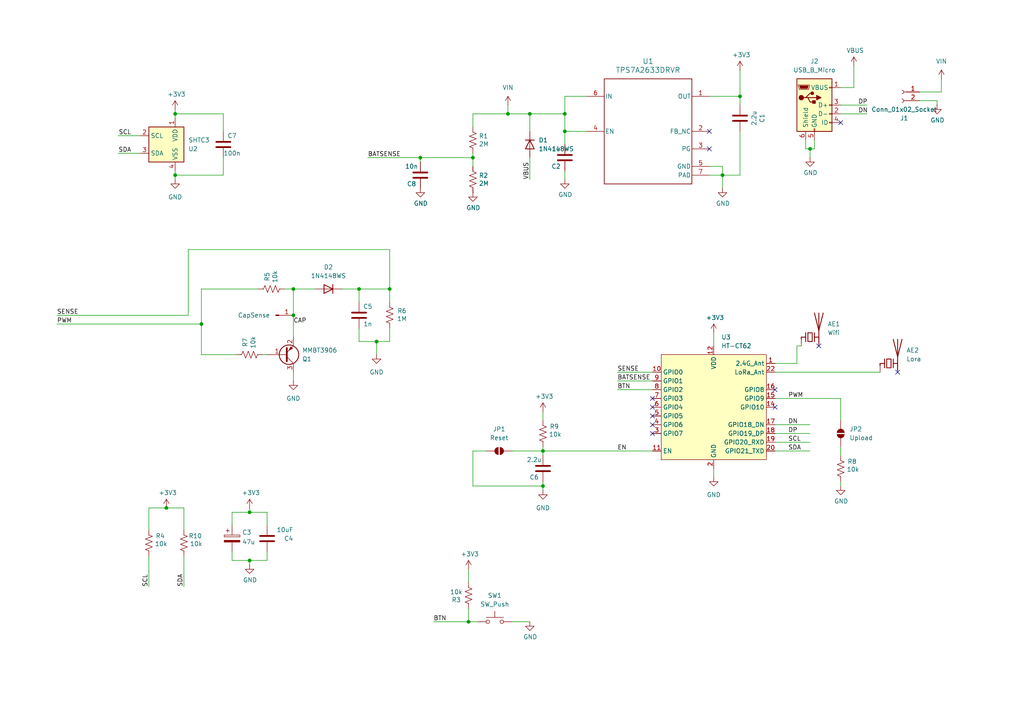
<source format=kicad_sch>
(kicad_sch
	(version 20231120)
	(generator "eeschema")
	(generator_version "8.0")
	(uuid "1293d770-b52a-462b-b917-68581f0c0378")
	(paper "A4")
	(lib_symbols
		(symbol "Connector:Conn_01x01_Pin"
			(pin_names
				(offset 1.016) hide)
			(exclude_from_sim no)
			(in_bom yes)
			(on_board yes)
			(property "Reference" "J"
				(at 0 2.54 0)
				(effects
					(font
						(size 1.27 1.27)
					)
				)
			)
			(property "Value" "Conn_01x01_Pin"
				(at 0 -2.54 0)
				(effects
					(font
						(size 1.27 1.27)
					)
				)
			)
			(property "Footprint" ""
				(at 0 0 0)
				(effects
					(font
						(size 1.27 1.27)
					)
					(hide yes)
				)
			)
			(property "Datasheet" "~"
				(at 0 0 0)
				(effects
					(font
						(size 1.27 1.27)
					)
					(hide yes)
				)
			)
			(property "Description" "Generic connector, single row, 01x01, script generated"
				(at 0 0 0)
				(effects
					(font
						(size 1.27 1.27)
					)
					(hide yes)
				)
			)
			(property "ki_locked" ""
				(at 0 0 0)
				(effects
					(font
						(size 1.27 1.27)
					)
				)
			)
			(property "ki_keywords" "connector"
				(at 0 0 0)
				(effects
					(font
						(size 1.27 1.27)
					)
					(hide yes)
				)
			)
			(property "ki_fp_filters" "Connector*:*_1x??_*"
				(at 0 0 0)
				(effects
					(font
						(size 1.27 1.27)
					)
					(hide yes)
				)
			)
			(symbol "Conn_01x01_Pin_1_1"
				(polyline
					(pts
						(xy 1.27 0) (xy 0.8636 0)
					)
					(stroke
						(width 0.1524)
						(type default)
					)
					(fill
						(type none)
					)
				)
				(rectangle
					(start 0.8636 0.127)
					(end 0 -0.127)
					(stroke
						(width 0.1524)
						(type default)
					)
					(fill
						(type outline)
					)
				)
				(pin passive line
					(at 5.08 0 180)
					(length 3.81)
					(name "Pin_1"
						(effects
							(font
								(size 1.27 1.27)
							)
						)
					)
					(number "1"
						(effects
							(font
								(size 1.27 1.27)
							)
						)
					)
				)
			)
		)
		(symbol "Connector:Conn_01x02_Socket"
			(pin_names
				(offset 1.016) hide)
			(exclude_from_sim no)
			(in_bom yes)
			(on_board yes)
			(property "Reference" "J"
				(at 0 2.54 0)
				(effects
					(font
						(size 1.27 1.27)
					)
				)
			)
			(property "Value" "Conn_01x02_Socket"
				(at 0 -5.08 0)
				(effects
					(font
						(size 1.27 1.27)
					)
				)
			)
			(property "Footprint" ""
				(at 0 0 0)
				(effects
					(font
						(size 1.27 1.27)
					)
					(hide yes)
				)
			)
			(property "Datasheet" "~"
				(at 0 0 0)
				(effects
					(font
						(size 1.27 1.27)
					)
					(hide yes)
				)
			)
			(property "Description" "Generic connector, single row, 01x02, script generated"
				(at 0 0 0)
				(effects
					(font
						(size 1.27 1.27)
					)
					(hide yes)
				)
			)
			(property "ki_locked" ""
				(at 0 0 0)
				(effects
					(font
						(size 1.27 1.27)
					)
				)
			)
			(property "ki_keywords" "connector"
				(at 0 0 0)
				(effects
					(font
						(size 1.27 1.27)
					)
					(hide yes)
				)
			)
			(property "ki_fp_filters" "Connector*:*_1x??_*"
				(at 0 0 0)
				(effects
					(font
						(size 1.27 1.27)
					)
					(hide yes)
				)
			)
			(symbol "Conn_01x02_Socket_1_1"
				(arc
					(start 0 -2.032)
					(mid -0.5058 -2.54)
					(end 0 -3.048)
					(stroke
						(width 0.1524)
						(type default)
					)
					(fill
						(type none)
					)
				)
				(polyline
					(pts
						(xy -1.27 -2.54) (xy -0.508 -2.54)
					)
					(stroke
						(width 0.1524)
						(type default)
					)
					(fill
						(type none)
					)
				)
				(polyline
					(pts
						(xy -1.27 0) (xy -0.508 0)
					)
					(stroke
						(width 0.1524)
						(type default)
					)
					(fill
						(type none)
					)
				)
				(arc
					(start 0 0.508)
					(mid -0.5058 0)
					(end 0 -0.508)
					(stroke
						(width 0.1524)
						(type default)
					)
					(fill
						(type none)
					)
				)
				(pin passive line
					(at -5.08 0 0)
					(length 3.81)
					(name "Pin_1"
						(effects
							(font
								(size 1.27 1.27)
							)
						)
					)
					(number "1"
						(effects
							(font
								(size 1.27 1.27)
							)
						)
					)
				)
				(pin passive line
					(at -5.08 -2.54 0)
					(length 3.81)
					(name "Pin_2"
						(effects
							(font
								(size 1.27 1.27)
							)
						)
					)
					(number "2"
						(effects
							(font
								(size 1.27 1.27)
							)
						)
					)
				)
			)
		)
		(symbol "Connector:USB_B_Micro"
			(pin_names
				(offset 1.016)
			)
			(exclude_from_sim no)
			(in_bom yes)
			(on_board yes)
			(property "Reference" "J"
				(at -5.08 11.43 0)
				(effects
					(font
						(size 1.27 1.27)
					)
					(justify left)
				)
			)
			(property "Value" "USB_B_Micro"
				(at -5.08 8.89 0)
				(effects
					(font
						(size 1.27 1.27)
					)
					(justify left)
				)
			)
			(property "Footprint" ""
				(at 3.81 -1.27 0)
				(effects
					(font
						(size 1.27 1.27)
					)
					(hide yes)
				)
			)
			(property "Datasheet" "~"
				(at 3.81 -1.27 0)
				(effects
					(font
						(size 1.27 1.27)
					)
					(hide yes)
				)
			)
			(property "Description" "USB Micro Type B connector"
				(at 0 0 0)
				(effects
					(font
						(size 1.27 1.27)
					)
					(hide yes)
				)
			)
			(property "ki_keywords" "connector USB micro"
				(at 0 0 0)
				(effects
					(font
						(size 1.27 1.27)
					)
					(hide yes)
				)
			)
			(property "ki_fp_filters" "USB*"
				(at 0 0 0)
				(effects
					(font
						(size 1.27 1.27)
					)
					(hide yes)
				)
			)
			(symbol "USB_B_Micro_0_1"
				(rectangle
					(start -5.08 -7.62)
					(end 5.08 7.62)
					(stroke
						(width 0.254)
						(type default)
					)
					(fill
						(type background)
					)
				)
				(circle
					(center -3.81 2.159)
					(radius 0.635)
					(stroke
						(width 0.254)
						(type default)
					)
					(fill
						(type outline)
					)
				)
				(circle
					(center -0.635 3.429)
					(radius 0.381)
					(stroke
						(width 0.254)
						(type default)
					)
					(fill
						(type outline)
					)
				)
				(rectangle
					(start -0.127 -7.62)
					(end 0.127 -6.858)
					(stroke
						(width 0)
						(type default)
					)
					(fill
						(type none)
					)
				)
				(polyline
					(pts
						(xy -1.905 2.159) (xy 0.635 2.159)
					)
					(stroke
						(width 0.254)
						(type default)
					)
					(fill
						(type none)
					)
				)
				(polyline
					(pts
						(xy -3.175 2.159) (xy -2.54 2.159) (xy -1.27 3.429) (xy -0.635 3.429)
					)
					(stroke
						(width 0.254)
						(type default)
					)
					(fill
						(type none)
					)
				)
				(polyline
					(pts
						(xy -2.54 2.159) (xy -1.905 2.159) (xy -1.27 0.889) (xy 0 0.889)
					)
					(stroke
						(width 0.254)
						(type default)
					)
					(fill
						(type none)
					)
				)
				(polyline
					(pts
						(xy 0.635 2.794) (xy 0.635 1.524) (xy 1.905 2.159) (xy 0.635 2.794)
					)
					(stroke
						(width 0.254)
						(type default)
					)
					(fill
						(type outline)
					)
				)
				(polyline
					(pts
						(xy -4.318 5.588) (xy -1.778 5.588) (xy -2.032 4.826) (xy -4.064 4.826) (xy -4.318 5.588)
					)
					(stroke
						(width 0)
						(type default)
					)
					(fill
						(type outline)
					)
				)
				(polyline
					(pts
						(xy -4.699 5.842) (xy -4.699 5.588) (xy -4.445 4.826) (xy -4.445 4.572) (xy -1.651 4.572) (xy -1.651 4.826)
						(xy -1.397 5.588) (xy -1.397 5.842) (xy -4.699 5.842)
					)
					(stroke
						(width 0)
						(type default)
					)
					(fill
						(type none)
					)
				)
				(rectangle
					(start 0.254 1.27)
					(end -0.508 0.508)
					(stroke
						(width 0.254)
						(type default)
					)
					(fill
						(type outline)
					)
				)
				(rectangle
					(start 5.08 -5.207)
					(end 4.318 -4.953)
					(stroke
						(width 0)
						(type default)
					)
					(fill
						(type none)
					)
				)
				(rectangle
					(start 5.08 -2.667)
					(end 4.318 -2.413)
					(stroke
						(width 0)
						(type default)
					)
					(fill
						(type none)
					)
				)
				(rectangle
					(start 5.08 -0.127)
					(end 4.318 0.127)
					(stroke
						(width 0)
						(type default)
					)
					(fill
						(type none)
					)
				)
				(rectangle
					(start 5.08 4.953)
					(end 4.318 5.207)
					(stroke
						(width 0)
						(type default)
					)
					(fill
						(type none)
					)
				)
			)
			(symbol "USB_B_Micro_1_1"
				(pin power_out line
					(at 7.62 5.08 180)
					(length 2.54)
					(name "VBUS"
						(effects
							(font
								(size 1.27 1.27)
							)
						)
					)
					(number "1"
						(effects
							(font
								(size 1.27 1.27)
							)
						)
					)
				)
				(pin bidirectional line
					(at 7.62 -2.54 180)
					(length 2.54)
					(name "D-"
						(effects
							(font
								(size 1.27 1.27)
							)
						)
					)
					(number "2"
						(effects
							(font
								(size 1.27 1.27)
							)
						)
					)
				)
				(pin bidirectional line
					(at 7.62 0 180)
					(length 2.54)
					(name "D+"
						(effects
							(font
								(size 1.27 1.27)
							)
						)
					)
					(number "3"
						(effects
							(font
								(size 1.27 1.27)
							)
						)
					)
				)
				(pin passive line
					(at 7.62 -5.08 180)
					(length 2.54)
					(name "ID"
						(effects
							(font
								(size 1.27 1.27)
							)
						)
					)
					(number "4"
						(effects
							(font
								(size 1.27 1.27)
							)
						)
					)
				)
				(pin power_out line
					(at 0 -10.16 90)
					(length 2.54)
					(name "GND"
						(effects
							(font
								(size 1.27 1.27)
							)
						)
					)
					(number "5"
						(effects
							(font
								(size 1.27 1.27)
							)
						)
					)
				)
				(pin passive line
					(at -2.54 -10.16 90)
					(length 2.54)
					(name "Shield"
						(effects
							(font
								(size 1.27 1.27)
							)
						)
					)
					(number "6"
						(effects
							(font
								(size 1.27 1.27)
							)
						)
					)
				)
			)
		)
		(symbol "Device:Antenna_Chip"
			(pin_numbers hide)
			(pin_names
				(offset 1.016) hide)
			(exclude_from_sim no)
			(in_bom yes)
			(on_board yes)
			(property "Reference" "AE"
				(at 0 5.08 0)
				(effects
					(font
						(size 1.27 1.27)
					)
					(justify right)
				)
			)
			(property "Value" "Antenna_Chip"
				(at 0 3.175 0)
				(effects
					(font
						(size 1.27 1.27)
					)
					(justify right)
				)
			)
			(property "Footprint" ""
				(at -2.54 4.445 0)
				(effects
					(font
						(size 1.27 1.27)
					)
					(hide yes)
				)
			)
			(property "Datasheet" "~"
				(at -2.54 4.445 0)
				(effects
					(font
						(size 1.27 1.27)
					)
					(hide yes)
				)
			)
			(property "Description" "Ceramic chip antenna with pin for PCB trace"
				(at 0 0 0)
				(effects
					(font
						(size 1.27 1.27)
					)
					(hide yes)
				)
			)
			(property "ki_keywords" "antenna"
				(at 0 0 0)
				(effects
					(font
						(size 1.27 1.27)
					)
					(hide yes)
				)
			)
			(symbol "Antenna_Chip_0_1"
				(polyline
					(pts
						(xy -2.54 0) (xy -2.54 -0.635)
					)
					(stroke
						(width 0.254)
						(type default)
					)
					(fill
						(type none)
					)
				)
				(polyline
					(pts
						(xy -2.54 0) (xy -1.27 0)
					)
					(stroke
						(width 0.254)
						(type default)
					)
					(fill
						(type none)
					)
				)
				(polyline
					(pts
						(xy 1.27 0) (xy 2.54 0)
					)
					(stroke
						(width 0.254)
						(type default)
					)
					(fill
						(type none)
					)
				)
				(polyline
					(pts
						(xy 1.27 1.27) (xy 1.27 -1.27)
					)
					(stroke
						(width 0.254)
						(type default)
					)
					(fill
						(type none)
					)
				)
				(polyline
					(pts
						(xy 2.54 -0.635) (xy 2.54 0)
					)
					(stroke
						(width 0)
						(type default)
					)
					(fill
						(type none)
					)
				)
				(polyline
					(pts
						(xy 2.54 6.985) (xy 2.54 -1.905)
					)
					(stroke
						(width 0.254)
						(type default)
					)
					(fill
						(type none)
					)
				)
				(polyline
					(pts
						(xy -1.27 1.27) (xy -1.27 -1.27) (xy -1.27 0)
					)
					(stroke
						(width 0.254)
						(type default)
					)
					(fill
						(type none)
					)
				)
				(polyline
					(pts
						(xy 3.81 6.985) (xy 2.54 1.905) (xy 1.27 6.985)
					)
					(stroke
						(width 0.254)
						(type default)
					)
					(fill
						(type none)
					)
				)
				(polyline
					(pts
						(xy -0.635 1.27) (xy 0.635 1.27) (xy 0.635 -1.27) (xy -0.635 -1.27) (xy -0.635 1.27)
					)
					(stroke
						(width 0.254)
						(type default)
					)
					(fill
						(type none)
					)
				)
			)
			(symbol "Antenna_Chip_1_1"
				(pin input line
					(at -2.54 -2.54 90)
					(length 2.54)
					(name "FEED"
						(effects
							(font
								(size 1.27 1.27)
							)
						)
					)
					(number "1"
						(effects
							(font
								(size 1.27 1.27)
							)
						)
					)
				)
				(pin passive line
					(at 2.54 -2.54 90)
					(length 2.54)
					(name "PCB_Trace"
						(effects
							(font
								(size 1.27 1.27)
							)
						)
					)
					(number "2"
						(effects
							(font
								(size 1.27 1.27)
							)
						)
					)
				)
			)
		)
		(symbol "Device:C"
			(pin_numbers hide)
			(pin_names
				(offset 0.254)
			)
			(exclude_from_sim no)
			(in_bom yes)
			(on_board yes)
			(property "Reference" "C"
				(at 0.635 2.54 0)
				(effects
					(font
						(size 1.27 1.27)
					)
					(justify left)
				)
			)
			(property "Value" "C"
				(at 0.635 -2.54 0)
				(effects
					(font
						(size 1.27 1.27)
					)
					(justify left)
				)
			)
			(property "Footprint" ""
				(at 0.9652 -3.81 0)
				(effects
					(font
						(size 1.27 1.27)
					)
					(hide yes)
				)
			)
			(property "Datasheet" "~"
				(at 0 0 0)
				(effects
					(font
						(size 1.27 1.27)
					)
					(hide yes)
				)
			)
			(property "Description" "Unpolarized capacitor"
				(at 0 0 0)
				(effects
					(font
						(size 1.27 1.27)
					)
					(hide yes)
				)
			)
			(property "ki_keywords" "cap capacitor"
				(at 0 0 0)
				(effects
					(font
						(size 1.27 1.27)
					)
					(hide yes)
				)
			)
			(property "ki_fp_filters" "C_*"
				(at 0 0 0)
				(effects
					(font
						(size 1.27 1.27)
					)
					(hide yes)
				)
			)
			(symbol "C_0_1"
				(polyline
					(pts
						(xy -2.032 -0.762) (xy 2.032 -0.762)
					)
					(stroke
						(width 0.508)
						(type default)
					)
					(fill
						(type none)
					)
				)
				(polyline
					(pts
						(xy -2.032 0.762) (xy 2.032 0.762)
					)
					(stroke
						(width 0.508)
						(type default)
					)
					(fill
						(type none)
					)
				)
			)
			(symbol "C_1_1"
				(pin passive line
					(at 0 3.81 270)
					(length 2.794)
					(name "~"
						(effects
							(font
								(size 1.27 1.27)
							)
						)
					)
					(number "1"
						(effects
							(font
								(size 1.27 1.27)
							)
						)
					)
				)
				(pin passive line
					(at 0 -3.81 90)
					(length 2.794)
					(name "~"
						(effects
							(font
								(size 1.27 1.27)
							)
						)
					)
					(number "2"
						(effects
							(font
								(size 1.27 1.27)
							)
						)
					)
				)
			)
		)
		(symbol "Device:C_Polarized"
			(pin_numbers hide)
			(pin_names
				(offset 0.254)
			)
			(exclude_from_sim no)
			(in_bom yes)
			(on_board yes)
			(property "Reference" "C"
				(at 0.635 2.54 0)
				(effects
					(font
						(size 1.27 1.27)
					)
					(justify left)
				)
			)
			(property "Value" "C_Polarized"
				(at 0.635 -2.54 0)
				(effects
					(font
						(size 1.27 1.27)
					)
					(justify left)
				)
			)
			(property "Footprint" ""
				(at 0.9652 -3.81 0)
				(effects
					(font
						(size 1.27 1.27)
					)
					(hide yes)
				)
			)
			(property "Datasheet" "~"
				(at 0 0 0)
				(effects
					(font
						(size 1.27 1.27)
					)
					(hide yes)
				)
			)
			(property "Description" "Polarized capacitor"
				(at 0 0 0)
				(effects
					(font
						(size 1.27 1.27)
					)
					(hide yes)
				)
			)
			(property "ki_keywords" "cap capacitor"
				(at 0 0 0)
				(effects
					(font
						(size 1.27 1.27)
					)
					(hide yes)
				)
			)
			(property "ki_fp_filters" "CP_*"
				(at 0 0 0)
				(effects
					(font
						(size 1.27 1.27)
					)
					(hide yes)
				)
			)
			(symbol "C_Polarized_0_1"
				(rectangle
					(start -2.286 0.508)
					(end 2.286 1.016)
					(stroke
						(width 0)
						(type default)
					)
					(fill
						(type none)
					)
				)
				(polyline
					(pts
						(xy -1.778 2.286) (xy -0.762 2.286)
					)
					(stroke
						(width 0)
						(type default)
					)
					(fill
						(type none)
					)
				)
				(polyline
					(pts
						(xy -1.27 2.794) (xy -1.27 1.778)
					)
					(stroke
						(width 0)
						(type default)
					)
					(fill
						(type none)
					)
				)
				(rectangle
					(start 2.286 -0.508)
					(end -2.286 -1.016)
					(stroke
						(width 0)
						(type default)
					)
					(fill
						(type outline)
					)
				)
			)
			(symbol "C_Polarized_1_1"
				(pin passive line
					(at 0 3.81 270)
					(length 2.794)
					(name "~"
						(effects
							(font
								(size 1.27 1.27)
							)
						)
					)
					(number "1"
						(effects
							(font
								(size 1.27 1.27)
							)
						)
					)
				)
				(pin passive line
					(at 0 -3.81 90)
					(length 2.794)
					(name "~"
						(effects
							(font
								(size 1.27 1.27)
							)
						)
					)
					(number "2"
						(effects
							(font
								(size 1.27 1.27)
							)
						)
					)
				)
			)
		)
		(symbol "Device:R_US"
			(pin_numbers hide)
			(pin_names
				(offset 0)
			)
			(exclude_from_sim no)
			(in_bom yes)
			(on_board yes)
			(property "Reference" "R"
				(at 2.54 0 90)
				(effects
					(font
						(size 1.27 1.27)
					)
				)
			)
			(property "Value" "R_US"
				(at -2.54 0 90)
				(effects
					(font
						(size 1.27 1.27)
					)
				)
			)
			(property "Footprint" ""
				(at 1.016 -0.254 90)
				(effects
					(font
						(size 1.27 1.27)
					)
					(hide yes)
				)
			)
			(property "Datasheet" "~"
				(at 0 0 0)
				(effects
					(font
						(size 1.27 1.27)
					)
					(hide yes)
				)
			)
			(property "Description" "Resistor, US symbol"
				(at 0 0 0)
				(effects
					(font
						(size 1.27 1.27)
					)
					(hide yes)
				)
			)
			(property "ki_keywords" "R res resistor"
				(at 0 0 0)
				(effects
					(font
						(size 1.27 1.27)
					)
					(hide yes)
				)
			)
			(property "ki_fp_filters" "R_*"
				(at 0 0 0)
				(effects
					(font
						(size 1.27 1.27)
					)
					(hide yes)
				)
			)
			(symbol "R_US_0_1"
				(polyline
					(pts
						(xy 0 -2.286) (xy 0 -2.54)
					)
					(stroke
						(width 0)
						(type default)
					)
					(fill
						(type none)
					)
				)
				(polyline
					(pts
						(xy 0 2.286) (xy 0 2.54)
					)
					(stroke
						(width 0)
						(type default)
					)
					(fill
						(type none)
					)
				)
				(polyline
					(pts
						(xy 0 -0.762) (xy 1.016 -1.143) (xy 0 -1.524) (xy -1.016 -1.905) (xy 0 -2.286)
					)
					(stroke
						(width 0)
						(type default)
					)
					(fill
						(type none)
					)
				)
				(polyline
					(pts
						(xy 0 0.762) (xy 1.016 0.381) (xy 0 0) (xy -1.016 -0.381) (xy 0 -0.762)
					)
					(stroke
						(width 0)
						(type default)
					)
					(fill
						(type none)
					)
				)
				(polyline
					(pts
						(xy 0 2.286) (xy 1.016 1.905) (xy 0 1.524) (xy -1.016 1.143) (xy 0 0.762)
					)
					(stroke
						(width 0)
						(type default)
					)
					(fill
						(type none)
					)
				)
			)
			(symbol "R_US_1_1"
				(pin passive line
					(at 0 3.81 270)
					(length 1.27)
					(name "~"
						(effects
							(font
								(size 1.27 1.27)
							)
						)
					)
					(number "1"
						(effects
							(font
								(size 1.27 1.27)
							)
						)
					)
				)
				(pin passive line
					(at 0 -3.81 90)
					(length 1.27)
					(name "~"
						(effects
							(font
								(size 1.27 1.27)
							)
						)
					)
					(number "2"
						(effects
							(font
								(size 1.27 1.27)
							)
						)
					)
				)
			)
		)
		(symbol "Diode:1N4148WS"
			(pin_numbers hide)
			(pin_names hide)
			(exclude_from_sim no)
			(in_bom yes)
			(on_board yes)
			(property "Reference" "D"
				(at 0 2.54 0)
				(effects
					(font
						(size 1.27 1.27)
					)
				)
			)
			(property "Value" "1N4148WS"
				(at 0 -2.54 0)
				(effects
					(font
						(size 1.27 1.27)
					)
				)
			)
			(property "Footprint" "Diode_SMD:D_SOD-323"
				(at 0 -4.445 0)
				(effects
					(font
						(size 1.27 1.27)
					)
					(hide yes)
				)
			)
			(property "Datasheet" "https://www.vishay.com/docs/85751/1n4148ws.pdf"
				(at 0 0 0)
				(effects
					(font
						(size 1.27 1.27)
					)
					(hide yes)
				)
			)
			(property "Description" "75V 0.15A Fast switching Diode, SOD-323"
				(at 0 0 0)
				(effects
					(font
						(size 1.27 1.27)
					)
					(hide yes)
				)
			)
			(property "Sim.Device" "D"
				(at 0 0 0)
				(effects
					(font
						(size 1.27 1.27)
					)
					(hide yes)
				)
			)
			(property "Sim.Pins" "1=K 2=A"
				(at 0 0 0)
				(effects
					(font
						(size 1.27 1.27)
					)
					(hide yes)
				)
			)
			(property "ki_keywords" "diode"
				(at 0 0 0)
				(effects
					(font
						(size 1.27 1.27)
					)
					(hide yes)
				)
			)
			(property "ki_fp_filters" "D*SOD?323*"
				(at 0 0 0)
				(effects
					(font
						(size 1.27 1.27)
					)
					(hide yes)
				)
			)
			(symbol "1N4148WS_0_1"
				(polyline
					(pts
						(xy -1.27 1.27) (xy -1.27 -1.27)
					)
					(stroke
						(width 0.254)
						(type default)
					)
					(fill
						(type none)
					)
				)
				(polyline
					(pts
						(xy 1.27 0) (xy -1.27 0)
					)
					(stroke
						(width 0)
						(type default)
					)
					(fill
						(type none)
					)
				)
				(polyline
					(pts
						(xy 1.27 1.27) (xy 1.27 -1.27) (xy -1.27 0) (xy 1.27 1.27)
					)
					(stroke
						(width 0.254)
						(type default)
					)
					(fill
						(type none)
					)
				)
			)
			(symbol "1N4148WS_1_1"
				(pin passive line
					(at -3.81 0 0)
					(length 2.54)
					(name "K"
						(effects
							(font
								(size 1.27 1.27)
							)
						)
					)
					(number "1"
						(effects
							(font
								(size 1.27 1.27)
							)
						)
					)
				)
				(pin passive line
					(at 3.81 0 180)
					(length 2.54)
					(name "A"
						(effects
							(font
								(size 1.27 1.27)
							)
						)
					)
					(number "2"
						(effects
							(font
								(size 1.27 1.27)
							)
						)
					)
				)
			)
		)
		(symbol "Jumper:SolderJumper_2_Open"
			(pin_numbers hide)
			(pin_names
				(offset 0) hide)
			(exclude_from_sim yes)
			(in_bom no)
			(on_board yes)
			(property "Reference" "JP"
				(at 0 2.032 0)
				(effects
					(font
						(size 1.27 1.27)
					)
				)
			)
			(property "Value" "SolderJumper_2_Open"
				(at 0 -2.54 0)
				(effects
					(font
						(size 1.27 1.27)
					)
				)
			)
			(property "Footprint" ""
				(at 0 0 0)
				(effects
					(font
						(size 1.27 1.27)
					)
					(hide yes)
				)
			)
			(property "Datasheet" "~"
				(at 0 0 0)
				(effects
					(font
						(size 1.27 1.27)
					)
					(hide yes)
				)
			)
			(property "Description" "Solder Jumper, 2-pole, open"
				(at 0 0 0)
				(effects
					(font
						(size 1.27 1.27)
					)
					(hide yes)
				)
			)
			(property "ki_keywords" "solder jumper SPST"
				(at 0 0 0)
				(effects
					(font
						(size 1.27 1.27)
					)
					(hide yes)
				)
			)
			(property "ki_fp_filters" "SolderJumper*Open*"
				(at 0 0 0)
				(effects
					(font
						(size 1.27 1.27)
					)
					(hide yes)
				)
			)
			(symbol "SolderJumper_2_Open_0_1"
				(arc
					(start -0.254 1.016)
					(mid -1.2656 0)
					(end -0.254 -1.016)
					(stroke
						(width 0)
						(type default)
					)
					(fill
						(type none)
					)
				)
				(arc
					(start -0.254 1.016)
					(mid -1.2656 0)
					(end -0.254 -1.016)
					(stroke
						(width 0)
						(type default)
					)
					(fill
						(type outline)
					)
				)
				(polyline
					(pts
						(xy -0.254 1.016) (xy -0.254 -1.016)
					)
					(stroke
						(width 0)
						(type default)
					)
					(fill
						(type none)
					)
				)
				(polyline
					(pts
						(xy 0.254 1.016) (xy 0.254 -1.016)
					)
					(stroke
						(width 0)
						(type default)
					)
					(fill
						(type none)
					)
				)
				(arc
					(start 0.254 -1.016)
					(mid 1.2656 0)
					(end 0.254 1.016)
					(stroke
						(width 0)
						(type default)
					)
					(fill
						(type none)
					)
				)
				(arc
					(start 0.254 -1.016)
					(mid 1.2656 0)
					(end 0.254 1.016)
					(stroke
						(width 0)
						(type default)
					)
					(fill
						(type outline)
					)
				)
			)
			(symbol "SolderJumper_2_Open_1_1"
				(pin passive line
					(at -3.81 0 0)
					(length 2.54)
					(name "A"
						(effects
							(font
								(size 1.27 1.27)
							)
						)
					)
					(number "1"
						(effects
							(font
								(size 1.27 1.27)
							)
						)
					)
				)
				(pin passive line
					(at 3.81 0 180)
					(length 2.54)
					(name "B"
						(effects
							(font
								(size 1.27 1.27)
							)
						)
					)
					(number "2"
						(effects
							(font
								(size 1.27 1.27)
							)
						)
					)
				)
			)
		)
		(symbol "RF_Module:HT-CT62"
			(exclude_from_sim no)
			(in_bom yes)
			(on_board yes)
			(property "Reference" "U"
				(at 0 0 0)
				(effects
					(font
						(size 1.27 1.27)
					)
				)
			)
			(property "Value" "HT-CT62"
				(at 10.16 17.78 0)
				(effects
					(font
						(size 1.27 1.27)
					)
				)
			)
			(property "Footprint" "RF_Module:Heltec_HT-CT62"
				(at 0 -30.48 0)
				(effects
					(font
						(size 1.27 1.27)
					)
					(hide yes)
				)
			)
			(property "Datasheet" "https://resource.heltec.cn/download/HT-CT62/HT-CT62(Rev1.1).pdf"
				(at 0 0 0)
				(effects
					(font
						(size 1.27 1.27)
					)
					(hide yes)
				)
			)
			(property "Description" "LoRa/LoRaWAN node module with ESP32-C3 and SX1262"
				(at 0 0 0)
				(effects
					(font
						(size 1.27 1.27)
					)
					(hide yes)
				)
			)
			(property "ki_keywords" "LoRa WiFi ESP32 SX1262"
				(at 0 0 0)
				(effects
					(font
						(size 1.27 1.27)
					)
					(hide yes)
				)
			)
			(property "ki_fp_filters" "*HT?CT62*"
				(at 0 0 0)
				(effects
					(font
						(size 1.27 1.27)
					)
					(hide yes)
				)
			)
			(symbol "HT-CT62_1_1"
				(rectangle
					(start -15.24 15.24)
					(end 15.24 -15.24)
					(stroke
						(width 0)
						(type default)
					)
					(fill
						(type background)
					)
				)
				(pin bidirectional line
					(at 17.78 12.7 180)
					(length 2.54)
					(name "2.4G_Ant"
						(effects
							(font
								(size 1.27 1.27)
							)
						)
					)
					(number "1"
						(effects
							(font
								(size 1.27 1.27)
							)
						)
					)
				)
				(pin bidirectional line
					(at -17.78 10.16 0)
					(length 2.54)
					(name "GPIO0"
						(effects
							(font
								(size 1.27 1.27)
							)
						)
					)
					(number "10"
						(effects
							(font
								(size 1.27 1.27)
							)
						)
					)
				)
				(pin input line
					(at -17.78 -12.7 0)
					(length 2.54)
					(name "EN"
						(effects
							(font
								(size 1.27 1.27)
							)
						)
					)
					(number "11"
						(effects
							(font
								(size 1.27 1.27)
							)
						)
					)
				)
				(pin power_in line
					(at 0 17.78 270)
					(length 2.54)
					(name "VDD"
						(effects
							(font
								(size 1.27 1.27)
							)
						)
					)
					(number "12"
						(effects
							(font
								(size 1.27 1.27)
							)
						)
					)
				)
				(pin passive line
					(at 0 -17.78 90)
					(length 2.54) hide
					(name "GND"
						(effects
							(font
								(size 1.27 1.27)
							)
						)
					)
					(number "13"
						(effects
							(font
								(size 1.27 1.27)
							)
						)
					)
				)
				(pin bidirectional line
					(at 17.78 0 180)
					(length 2.54)
					(name "GPIO10"
						(effects
							(font
								(size 1.27 1.27)
							)
						)
					)
					(number "14"
						(effects
							(font
								(size 1.27 1.27)
							)
						)
					)
				)
				(pin bidirectional line
					(at 17.78 2.54 180)
					(length 2.54)
					(name "GPIO9"
						(effects
							(font
								(size 1.27 1.27)
							)
						)
					)
					(number "15"
						(effects
							(font
								(size 1.27 1.27)
							)
						)
					)
				)
				(pin bidirectional line
					(at 17.78 5.08 180)
					(length 2.54)
					(name "GPIO8"
						(effects
							(font
								(size 1.27 1.27)
							)
						)
					)
					(number "16"
						(effects
							(font
								(size 1.27 1.27)
							)
						)
					)
				)
				(pin bidirectional line
					(at 17.78 -5.08 180)
					(length 2.54)
					(name "GPIO18_DN"
						(effects
							(font
								(size 1.27 1.27)
							)
						)
					)
					(number "17"
						(effects
							(font
								(size 1.27 1.27)
							)
						)
					)
				)
				(pin bidirectional line
					(at 17.78 -7.62 180)
					(length 2.54)
					(name "GPIO19_DP"
						(effects
							(font
								(size 1.27 1.27)
							)
						)
					)
					(number "18"
						(effects
							(font
								(size 1.27 1.27)
							)
						)
					)
				)
				(pin bidirectional line
					(at 17.78 -10.16 180)
					(length 2.54)
					(name "GPIO20_RXD"
						(effects
							(font
								(size 1.27 1.27)
							)
						)
					)
					(number "19"
						(effects
							(font
								(size 1.27 1.27)
							)
						)
					)
				)
				(pin power_in line
					(at 0 -17.78 90)
					(length 2.54)
					(name "GND"
						(effects
							(font
								(size 1.27 1.27)
							)
						)
					)
					(number "2"
						(effects
							(font
								(size 1.27 1.27)
							)
						)
					)
				)
				(pin bidirectional line
					(at 17.78 -12.7 180)
					(length 2.54)
					(name "GPIO21_TXD"
						(effects
							(font
								(size 1.27 1.27)
							)
						)
					)
					(number "20"
						(effects
							(font
								(size 1.27 1.27)
							)
						)
					)
				)
				(pin passive line
					(at 0 -17.78 90)
					(length 2.54) hide
					(name "GND"
						(effects
							(font
								(size 1.27 1.27)
							)
						)
					)
					(number "21"
						(effects
							(font
								(size 1.27 1.27)
							)
						)
					)
				)
				(pin bidirectional line
					(at 17.78 10.16 180)
					(length 2.54)
					(name "LoRa_Ant"
						(effects
							(font
								(size 1.27 1.27)
							)
						)
					)
					(number "22"
						(effects
							(font
								(size 1.27 1.27)
							)
						)
					)
				)
				(pin bidirectional line
					(at -17.78 -7.62 0)
					(length 2.54)
					(name "GPIO7"
						(effects
							(font
								(size 1.27 1.27)
							)
						)
					)
					(number "3"
						(effects
							(font
								(size 1.27 1.27)
							)
						)
					)
				)
				(pin bidirectional line
					(at -17.78 -5.08 0)
					(length 2.54)
					(name "GPIO6"
						(effects
							(font
								(size 1.27 1.27)
							)
						)
					)
					(number "4"
						(effects
							(font
								(size 1.27 1.27)
							)
						)
					)
				)
				(pin bidirectional line
					(at -17.78 -2.54 0)
					(length 2.54)
					(name "GPIO5"
						(effects
							(font
								(size 1.27 1.27)
							)
						)
					)
					(number "5"
						(effects
							(font
								(size 1.27 1.27)
							)
						)
					)
				)
				(pin bidirectional line
					(at -17.78 0 0)
					(length 2.54)
					(name "GPIO4"
						(effects
							(font
								(size 1.27 1.27)
							)
						)
					)
					(number "6"
						(effects
							(font
								(size 1.27 1.27)
							)
						)
					)
				)
				(pin bidirectional line
					(at -17.78 2.54 0)
					(length 2.54)
					(name "GPIO3"
						(effects
							(font
								(size 1.27 1.27)
							)
						)
					)
					(number "7"
						(effects
							(font
								(size 1.27 1.27)
							)
						)
					)
				)
				(pin bidirectional line
					(at -17.78 5.08 0)
					(length 2.54)
					(name "GPIO2"
						(effects
							(font
								(size 1.27 1.27)
							)
						)
					)
					(number "8"
						(effects
							(font
								(size 1.27 1.27)
							)
						)
					)
				)
				(pin bidirectional line
					(at -17.78 7.62 0)
					(length 2.54)
					(name "GPIO1"
						(effects
							(font
								(size 1.27 1.27)
							)
						)
					)
					(number "9"
						(effects
							(font
								(size 1.27 1.27)
							)
						)
					)
				)
			)
		)
		(symbol "Sensor_Humidity:SHTC3"
			(exclude_from_sim no)
			(in_bom yes)
			(on_board yes)
			(property "Reference" "U"
				(at -3.81 6.35 0)
				(effects
					(font
						(size 1.27 1.27)
					)
				)
			)
			(property "Value" "SHTC3"
				(at -2.54 -6.35 0)
				(effects
					(font
						(size 1.27 1.27)
					)
				)
			)
			(property "Footprint" "Sensor_Humidity:Sensirion_DFN-4-1EP_2x2mm_P1mm_EP0.7x1.6mm"
				(at 5.08 -8.89 0)
				(effects
					(font
						(size 1.27 1.27)
					)
					(hide yes)
				)
			)
			(property "Datasheet" "https://www.sensirion.com/fileadmin/user_upload/customers/sensirion/Dokumente/0_Datasheets/Humidity/Sensirion_Humidity_Sensors_SHTC3_Datasheet.pdf"
				(at -7.62 11.43 0)
				(effects
					(font
						(size 1.27 1.27)
					)
					(hide yes)
				)
			)
			(property "Description" "Humidity and Temperature Sensor, +/-2%RH, +/-0.2degC, I2C, 1.62-3.6V, DFN-4"
				(at 0 0 0)
				(effects
					(font
						(size 1.27 1.27)
					)
					(hide yes)
				)
			)
			(property "ki_keywords" "Sensirion environment environmental measurement digital"
				(at 0 0 0)
				(effects
					(font
						(size 1.27 1.27)
					)
					(hide yes)
				)
			)
			(property "ki_fp_filters" "Sensirion*DFN*1EP*2x2mm*P1mm*EP0.7x1.6mm*"
				(at 0 0 0)
				(effects
					(font
						(size 1.27 1.27)
					)
					(hide yes)
				)
			)
			(symbol "SHTC3_1_1"
				(rectangle
					(start -5.08 5.08)
					(end 5.08 -5.08)
					(stroke
						(width 0.254)
						(type default)
					)
					(fill
						(type background)
					)
				)
				(pin power_in line
					(at 2.54 7.62 270)
					(length 2.54)
					(name "VDD"
						(effects
							(font
								(size 1.27 1.27)
							)
						)
					)
					(number "1"
						(effects
							(font
								(size 1.27 1.27)
							)
						)
					)
				)
				(pin input line
					(at -7.62 2.54 0)
					(length 2.54)
					(name "SCL"
						(effects
							(font
								(size 1.27 1.27)
							)
						)
					)
					(number "2"
						(effects
							(font
								(size 1.27 1.27)
							)
						)
					)
				)
				(pin bidirectional line
					(at -7.62 -2.54 0)
					(length 2.54)
					(name "SDA"
						(effects
							(font
								(size 1.27 1.27)
							)
						)
					)
					(number "3"
						(effects
							(font
								(size 1.27 1.27)
							)
						)
					)
				)
				(pin power_in line
					(at 2.54 -7.62 90)
					(length 2.54)
					(name "VSS"
						(effects
							(font
								(size 1.27 1.27)
							)
						)
					)
					(number "4"
						(effects
							(font
								(size 1.27 1.27)
							)
						)
					)
				)
				(pin no_connect line
					(at 5.08 0 180)
					(length 2.54) hide
					(name "NC"
						(effects
							(font
								(size 1.27 1.27)
							)
						)
					)
					(number "5"
						(effects
							(font
								(size 1.27 1.27)
							)
						)
					)
				)
			)
		)
		(symbol "Switch:SW_Push"
			(pin_numbers hide)
			(pin_names
				(offset 1.016) hide)
			(exclude_from_sim no)
			(in_bom yes)
			(on_board yes)
			(property "Reference" "SW"
				(at 1.27 2.54 0)
				(effects
					(font
						(size 1.27 1.27)
					)
					(justify left)
				)
			)
			(property "Value" "SW_Push"
				(at 0 -1.524 0)
				(effects
					(font
						(size 1.27 1.27)
					)
				)
			)
			(property "Footprint" ""
				(at 0 5.08 0)
				(effects
					(font
						(size 1.27 1.27)
					)
					(hide yes)
				)
			)
			(property "Datasheet" "~"
				(at 0 5.08 0)
				(effects
					(font
						(size 1.27 1.27)
					)
					(hide yes)
				)
			)
			(property "Description" "Push button switch, generic, two pins"
				(at 0 0 0)
				(effects
					(font
						(size 1.27 1.27)
					)
					(hide yes)
				)
			)
			(property "ki_keywords" "switch normally-open pushbutton push-button"
				(at 0 0 0)
				(effects
					(font
						(size 1.27 1.27)
					)
					(hide yes)
				)
			)
			(symbol "SW_Push_0_1"
				(circle
					(center -2.032 0)
					(radius 0.508)
					(stroke
						(width 0)
						(type default)
					)
					(fill
						(type none)
					)
				)
				(polyline
					(pts
						(xy 0 1.27) (xy 0 3.048)
					)
					(stroke
						(width 0)
						(type default)
					)
					(fill
						(type none)
					)
				)
				(polyline
					(pts
						(xy 2.54 1.27) (xy -2.54 1.27)
					)
					(stroke
						(width 0)
						(type default)
					)
					(fill
						(type none)
					)
				)
				(circle
					(center 2.032 0)
					(radius 0.508)
					(stroke
						(width 0)
						(type default)
					)
					(fill
						(type none)
					)
				)
				(pin passive line
					(at -5.08 0 0)
					(length 2.54)
					(name "1"
						(effects
							(font
								(size 1.27 1.27)
							)
						)
					)
					(number "1"
						(effects
							(font
								(size 1.27 1.27)
							)
						)
					)
				)
				(pin passive line
					(at 5.08 0 180)
					(length 2.54)
					(name "2"
						(effects
							(font
								(size 1.27 1.27)
							)
						)
					)
					(number "2"
						(effects
							(font
								(size 1.27 1.27)
							)
						)
					)
				)
			)
		)
		(symbol "TPS7A2633:TPS7A2633DRVR"
			(pin_names
				(offset 0.254)
			)
			(exclude_from_sim no)
			(in_bom yes)
			(on_board yes)
			(property "Reference" "U"
				(at 0 2.54 0)
				(effects
					(font
						(size 1.524 1.524)
					)
				)
			)
			(property "Value" "TPS7A2633DRVR"
				(at 0 0 0)
				(effects
					(font
						(size 1.524 1.524)
					)
				)
			)
			(property "Footprint" "DRV0006A"
				(at 0 0 0)
				(effects
					(font
						(size 1.27 1.27)
						(italic yes)
					)
					(hide yes)
				)
			)
			(property "Datasheet" "TPS7A2633DRVR"
				(at 0 0 0)
				(effects
					(font
						(size 1.27 1.27)
						(italic yes)
					)
					(hide yes)
				)
			)
			(property "Description" ""
				(at 0 0 0)
				(effects
					(font
						(size 1.27 1.27)
					)
					(hide yes)
				)
			)
			(property "ki_locked" ""
				(at 0 0 0)
				(effects
					(font
						(size 1.27 1.27)
					)
				)
			)
			(property "ki_keywords" "TPS7A2633DRVR"
				(at 0 0 0)
				(effects
					(font
						(size 1.27 1.27)
					)
					(hide yes)
				)
			)
			(property "ki_fp_filters" "DRV0006A DRV0006A_NV"
				(at 0 0 0)
				(effects
					(font
						(size 1.27 1.27)
					)
					(hide yes)
				)
			)
			(symbol "TPS7A2633DRVR_0_1"
				(polyline
					(pts
						(xy -12.7 -15.24) (xy 12.7 -15.24)
					)
					(stroke
						(width 0.2032)
						(type default)
					)
					(fill
						(type none)
					)
				)
				(polyline
					(pts
						(xy -12.7 15.24) (xy -12.7 -15.24)
					)
					(stroke
						(width 0.2032)
						(type default)
					)
					(fill
						(type none)
					)
				)
				(polyline
					(pts
						(xy 12.7 -15.24) (xy 12.7 15.24)
					)
					(stroke
						(width 0.2032)
						(type default)
					)
					(fill
						(type none)
					)
				)
				(polyline
					(pts
						(xy 12.7 15.24) (xy -12.7 15.24)
					)
					(stroke
						(width 0.2032)
						(type default)
					)
					(fill
						(type none)
					)
				)
				(pin power_in line
					(at 17.78 10.16 180)
					(length 5.08)
					(name "OUT"
						(effects
							(font
								(size 1.27 1.27)
							)
						)
					)
					(number "1"
						(effects
							(font
								(size 1.27 1.27)
							)
						)
					)
				)
				(pin input line
					(at 17.78 0 180)
					(length 5.08)
					(name "FB_NC"
						(effects
							(font
								(size 1.27 1.27)
							)
						)
					)
					(number "2"
						(effects
							(font
								(size 1.27 1.27)
							)
						)
					)
				)
				(pin open_collector line
					(at 17.78 -5.08 180)
					(length 5.08)
					(name "PG"
						(effects
							(font
								(size 1.27 1.27)
							)
						)
					)
					(number "3"
						(effects
							(font
								(size 1.27 1.27)
							)
						)
					)
				)
				(pin input line
					(at -17.78 0 0)
					(length 5.08)
					(name "EN"
						(effects
							(font
								(size 1.27 1.27)
							)
						)
					)
					(number "4"
						(effects
							(font
								(size 1.27 1.27)
							)
						)
					)
				)
				(pin power_in line
					(at 17.78 -10.16 180)
					(length 5.08)
					(name "GND"
						(effects
							(font
								(size 1.27 1.27)
							)
						)
					)
					(number "5"
						(effects
							(font
								(size 1.27 1.27)
							)
						)
					)
				)
				(pin power_in line
					(at -17.78 10.16 0)
					(length 5.08)
					(name "IN"
						(effects
							(font
								(size 1.27 1.27)
							)
						)
					)
					(number "6"
						(effects
							(font
								(size 1.27 1.27)
							)
						)
					)
				)
				(pin unspecified line
					(at 17.78 -12.7 180)
					(length 5.08)
					(name "PAD"
						(effects
							(font
								(size 1.27 1.27)
							)
						)
					)
					(number "7"
						(effects
							(font
								(size 1.27 1.27)
							)
						)
					)
				)
			)
		)
		(symbol "Transistor_BJT:MMBT3906"
			(pin_names
				(offset 0) hide)
			(exclude_from_sim no)
			(in_bom yes)
			(on_board yes)
			(property "Reference" "Q"
				(at 5.08 1.905 0)
				(effects
					(font
						(size 1.27 1.27)
					)
					(justify left)
				)
			)
			(property "Value" "MMBT3906"
				(at 5.08 0 0)
				(effects
					(font
						(size 1.27 1.27)
					)
					(justify left)
				)
			)
			(property "Footprint" "Package_TO_SOT_SMD:SOT-23"
				(at 5.08 -1.905 0)
				(effects
					(font
						(size 1.27 1.27)
						(italic yes)
					)
					(justify left)
					(hide yes)
				)
			)
			(property "Datasheet" "https://www.onsemi.com/pdf/datasheet/pzt3906-d.pdf"
				(at 0 0 0)
				(effects
					(font
						(size 1.27 1.27)
					)
					(justify left)
					(hide yes)
				)
			)
			(property "Description" "-0.2A Ic, -40V Vce, Small Signal PNP Transistor, SOT-23"
				(at 0 0 0)
				(effects
					(font
						(size 1.27 1.27)
					)
					(hide yes)
				)
			)
			(property "ki_keywords" "PNP Transistor"
				(at 0 0 0)
				(effects
					(font
						(size 1.27 1.27)
					)
					(hide yes)
				)
			)
			(property "ki_fp_filters" "SOT?23*"
				(at 0 0 0)
				(effects
					(font
						(size 1.27 1.27)
					)
					(hide yes)
				)
			)
			(symbol "MMBT3906_0_1"
				(polyline
					(pts
						(xy 0.635 0.635) (xy 2.54 2.54)
					)
					(stroke
						(width 0)
						(type default)
					)
					(fill
						(type none)
					)
				)
				(polyline
					(pts
						(xy 0.635 -0.635) (xy 2.54 -2.54) (xy 2.54 -2.54)
					)
					(stroke
						(width 0)
						(type default)
					)
					(fill
						(type none)
					)
				)
				(polyline
					(pts
						(xy 0.635 1.905) (xy 0.635 -1.905) (xy 0.635 -1.905)
					)
					(stroke
						(width 0.508)
						(type default)
					)
					(fill
						(type none)
					)
				)
				(polyline
					(pts
						(xy 2.286 -1.778) (xy 1.778 -2.286) (xy 1.27 -1.27) (xy 2.286 -1.778) (xy 2.286 -1.778)
					)
					(stroke
						(width 0)
						(type default)
					)
					(fill
						(type outline)
					)
				)
				(circle
					(center 1.27 0)
					(radius 2.8194)
					(stroke
						(width 0.254)
						(type default)
					)
					(fill
						(type none)
					)
				)
			)
			(symbol "MMBT3906_1_1"
				(pin input line
					(at -5.08 0 0)
					(length 5.715)
					(name "B"
						(effects
							(font
								(size 1.27 1.27)
							)
						)
					)
					(number "1"
						(effects
							(font
								(size 1.27 1.27)
							)
						)
					)
				)
				(pin passive line
					(at 2.54 -5.08 90)
					(length 2.54)
					(name "E"
						(effects
							(font
								(size 1.27 1.27)
							)
						)
					)
					(number "2"
						(effects
							(font
								(size 1.27 1.27)
							)
						)
					)
				)
				(pin passive line
					(at 2.54 5.08 270)
					(length 2.54)
					(name "C"
						(effects
							(font
								(size 1.27 1.27)
							)
						)
					)
					(number "3"
						(effects
							(font
								(size 1.27 1.27)
							)
						)
					)
				)
			)
		)
		(symbol "power:+3V3"
			(power)
			(pin_numbers hide)
			(pin_names
				(offset 0) hide)
			(exclude_from_sim no)
			(in_bom yes)
			(on_board yes)
			(property "Reference" "#PWR"
				(at 0 -3.81 0)
				(effects
					(font
						(size 1.27 1.27)
					)
					(hide yes)
				)
			)
			(property "Value" "+3V3"
				(at 0 3.556 0)
				(effects
					(font
						(size 1.27 1.27)
					)
				)
			)
			(property "Footprint" ""
				(at 0 0 0)
				(effects
					(font
						(size 1.27 1.27)
					)
					(hide yes)
				)
			)
			(property "Datasheet" ""
				(at 0 0 0)
				(effects
					(font
						(size 1.27 1.27)
					)
					(hide yes)
				)
			)
			(property "Description" "Power symbol creates a global label with name \"+3V3\""
				(at 0 0 0)
				(effects
					(font
						(size 1.27 1.27)
					)
					(hide yes)
				)
			)
			(property "ki_keywords" "global power"
				(at 0 0 0)
				(effects
					(font
						(size 1.27 1.27)
					)
					(hide yes)
				)
			)
			(symbol "+3V3_0_1"
				(polyline
					(pts
						(xy -0.762 1.27) (xy 0 2.54)
					)
					(stroke
						(width 0)
						(type default)
					)
					(fill
						(type none)
					)
				)
				(polyline
					(pts
						(xy 0 0) (xy 0 2.54)
					)
					(stroke
						(width 0)
						(type default)
					)
					(fill
						(type none)
					)
				)
				(polyline
					(pts
						(xy 0 2.54) (xy 0.762 1.27)
					)
					(stroke
						(width 0)
						(type default)
					)
					(fill
						(type none)
					)
				)
			)
			(symbol "+3V3_1_1"
				(pin power_in line
					(at 0 0 90)
					(length 0)
					(name "~"
						(effects
							(font
								(size 1.27 1.27)
							)
						)
					)
					(number "1"
						(effects
							(font
								(size 1.27 1.27)
							)
						)
					)
				)
			)
		)
		(symbol "power:GND"
			(power)
			(pin_numbers hide)
			(pin_names
				(offset 0) hide)
			(exclude_from_sim no)
			(in_bom yes)
			(on_board yes)
			(property "Reference" "#PWR"
				(at 0 -6.35 0)
				(effects
					(font
						(size 1.27 1.27)
					)
					(hide yes)
				)
			)
			(property "Value" "GND"
				(at 0 -3.81 0)
				(effects
					(font
						(size 1.27 1.27)
					)
				)
			)
			(property "Footprint" ""
				(at 0 0 0)
				(effects
					(font
						(size 1.27 1.27)
					)
					(hide yes)
				)
			)
			(property "Datasheet" ""
				(at 0 0 0)
				(effects
					(font
						(size 1.27 1.27)
					)
					(hide yes)
				)
			)
			(property "Description" "Power symbol creates a global label with name \"GND\" , ground"
				(at 0 0 0)
				(effects
					(font
						(size 1.27 1.27)
					)
					(hide yes)
				)
			)
			(property "ki_keywords" "global power"
				(at 0 0 0)
				(effects
					(font
						(size 1.27 1.27)
					)
					(hide yes)
				)
			)
			(symbol "GND_0_1"
				(polyline
					(pts
						(xy 0 0) (xy 0 -1.27) (xy 1.27 -1.27) (xy 0 -2.54) (xy -1.27 -1.27) (xy 0 -1.27)
					)
					(stroke
						(width 0)
						(type default)
					)
					(fill
						(type none)
					)
				)
			)
			(symbol "GND_1_1"
				(pin power_in line
					(at 0 0 270)
					(length 0)
					(name "~"
						(effects
							(font
								(size 1.27 1.27)
							)
						)
					)
					(number "1"
						(effects
							(font
								(size 1.27 1.27)
							)
						)
					)
				)
			)
		)
		(symbol "power:VBUS"
			(power)
			(pin_numbers hide)
			(pin_names
				(offset 0) hide)
			(exclude_from_sim no)
			(in_bom yes)
			(on_board yes)
			(property "Reference" "#PWR"
				(at 0 -3.81 0)
				(effects
					(font
						(size 1.27 1.27)
					)
					(hide yes)
				)
			)
			(property "Value" "VBUS"
				(at 0 3.556 0)
				(effects
					(font
						(size 1.27 1.27)
					)
				)
			)
			(property "Footprint" ""
				(at 0 0 0)
				(effects
					(font
						(size 1.27 1.27)
					)
					(hide yes)
				)
			)
			(property "Datasheet" ""
				(at 0 0 0)
				(effects
					(font
						(size 1.27 1.27)
					)
					(hide yes)
				)
			)
			(property "Description" "Power symbol creates a global label with name \"VBUS\""
				(at 0 0 0)
				(effects
					(font
						(size 1.27 1.27)
					)
					(hide yes)
				)
			)
			(property "ki_keywords" "global power"
				(at 0 0 0)
				(effects
					(font
						(size 1.27 1.27)
					)
					(hide yes)
				)
			)
			(symbol "VBUS_0_1"
				(polyline
					(pts
						(xy -0.762 1.27) (xy 0 2.54)
					)
					(stroke
						(width 0)
						(type default)
					)
					(fill
						(type none)
					)
				)
				(polyline
					(pts
						(xy 0 0) (xy 0 2.54)
					)
					(stroke
						(width 0)
						(type default)
					)
					(fill
						(type none)
					)
				)
				(polyline
					(pts
						(xy 0 2.54) (xy 0.762 1.27)
					)
					(stroke
						(width 0)
						(type default)
					)
					(fill
						(type none)
					)
				)
			)
			(symbol "VBUS_1_1"
				(pin power_in line
					(at 0 0 90)
					(length 0)
					(name "~"
						(effects
							(font
								(size 1.27 1.27)
							)
						)
					)
					(number "1"
						(effects
							(font
								(size 1.27 1.27)
							)
						)
					)
				)
			)
		)
	)
	(junction
		(at 48.26 147.32)
		(diameter 0)
		(color 0 0 0 0)
		(uuid "08e613fa-6541-422f-91a5-52fb58ff94bb")
	)
	(junction
		(at 209.55 50.8)
		(diameter 0)
		(color 0 0 0 0)
		(uuid "0a81d4d4-0cf9-4860-94ba-d90ca7192b99")
	)
	(junction
		(at 163.83 33.02)
		(diameter 0)
		(color 0 0 0 0)
		(uuid "0ac54232-4ec3-4fb8-a8fb-c92b3cd2f402")
	)
	(junction
		(at 72.39 148.59)
		(diameter 0)
		(color 0 0 0 0)
		(uuid "12776c01-b42d-4740-9043-78bb989ca736")
	)
	(junction
		(at 85.09 83.82)
		(diameter 0)
		(color 0 0 0 0)
		(uuid "1f10f26d-caf9-42dc-86a2-804af06bf67a")
	)
	(junction
		(at 50.8 50.8)
		(diameter 0)
		(color 0 0 0 0)
		(uuid "3443f032-d72e-4b95-b6bf-188bcaf053de")
	)
	(junction
		(at 72.39 162.56)
		(diameter 0)
		(color 0 0 0 0)
		(uuid "3da1efa6-ce1f-41a4-b9d8-6424f9020398")
	)
	(junction
		(at 157.48 140.97)
		(diameter 0)
		(color 0 0 0 0)
		(uuid "40bbbfb8-cdea-4929-9ab0-904d820adb3c")
	)
	(junction
		(at 214.63 27.94)
		(diameter 0)
		(color 0 0 0 0)
		(uuid "40ea6bce-0ba7-4b2c-98a4-cb5422d0d147")
	)
	(junction
		(at 109.22 99.06)
		(diameter 0)
		(color 0 0 0 0)
		(uuid "51adefb8-7ba1-46f9-a4ca-557e08a20414")
	)
	(junction
		(at 153.67 33.02)
		(diameter 0)
		(color 0 0 0 0)
		(uuid "5bef3de9-c2f1-4237-aaa3-56fb9453fda8")
	)
	(junction
		(at 50.8 33.02)
		(diameter 0)
		(color 0 0 0 0)
		(uuid "5e331e66-87a2-47b2-b5d3-ff3b76e37269")
	)
	(junction
		(at 157.48 130.81)
		(diameter 0)
		(color 0 0 0 0)
		(uuid "6246daaa-82fe-410a-a0a0-2d954772866a")
	)
	(junction
		(at 113.03 83.82)
		(diameter 0)
		(color 0 0 0 0)
		(uuid "64c85322-1d56-4633-943c-62c09fe5d04f")
	)
	(junction
		(at 137.16 45.72)
		(diameter 0)
		(color 0 0 0 0)
		(uuid "6eee1bfe-4c1d-4c8c-87f1-b39cbd12db11")
	)
	(junction
		(at 58.42 93.98)
		(diameter 0)
		(color 0 0 0 0)
		(uuid "6f9de7b4-0494-4bee-aae8-28f1ecaa2e96")
	)
	(junction
		(at 121.92 45.72)
		(diameter 0)
		(color 0 0 0 0)
		(uuid "7d54d7e3-48d3-4a51-a9f5-3853eb827dd9")
	)
	(junction
		(at 104.14 83.82)
		(diameter 0)
		(color 0 0 0 0)
		(uuid "ab83229d-0a64-4fe5-83e5-b1074aec7f98")
	)
	(junction
		(at 147.32 33.02)
		(diameter 0)
		(color 0 0 0 0)
		(uuid "b26ecb93-8b10-4c31-a61b-d8d23d3440cb")
	)
	(junction
		(at 85.09 91.44)
		(diameter 0)
		(color 0 0 0 0)
		(uuid "bb7091d6-e901-4038-94f5-d9ff255424df")
	)
	(junction
		(at 163.83 38.1)
		(diameter 0)
		(color 0 0 0 0)
		(uuid "bbcc46f8-d379-49d5-bffd-227c46563e1a")
	)
	(junction
		(at 234.95 43.18)
		(diameter 0)
		(color 0 0 0 0)
		(uuid "cdbb9756-766e-4892-b7d6-93754bf7c403")
	)
	(junction
		(at 135.89 180.34)
		(diameter 0)
		(color 0 0 0 0)
		(uuid "d362bb25-c398-47ea-a8e0-21089de7b28f")
	)
	(no_connect
		(at 189.23 118.11)
		(uuid "14d08473-eb92-48c3-bc2b-8c7e4a1e0678")
	)
	(no_connect
		(at 205.74 43.18)
		(uuid "2be9424b-5dfb-4504-a3cd-c08284d94ff4")
	)
	(no_connect
		(at 260.35 107.95)
		(uuid "3d504c80-ddda-40d9-a1f9-40f66f2e1248")
	)
	(no_connect
		(at 224.79 118.11)
		(uuid "4837fd7f-d0d1-423b-8359-1038c237ebfa")
	)
	(no_connect
		(at 205.74 38.1)
		(uuid "4c32ad4b-1b62-4a80-8071-2de54a712026")
	)
	(no_connect
		(at 189.23 125.73)
		(uuid "76f86216-432d-46b0-b328-7199e5ea999a")
	)
	(no_connect
		(at 189.23 123.19)
		(uuid "8355b847-2678-4c20-8710-8d3a4889577e")
	)
	(no_connect
		(at 189.23 115.57)
		(uuid "960fa4cd-4edf-46b3-b4d3-c7804b0a407f")
	)
	(no_connect
		(at 237.49 100.33)
		(uuid "9fb2e82c-16aa-4275-a4e8-92b35ed25030")
	)
	(no_connect
		(at 189.23 120.65)
		(uuid "b40c4dba-1b39-4d0b-a068-7f5fba83f45f")
	)
	(no_connect
		(at 224.79 113.03)
		(uuid "b57e52d8-c2f6-4ab0-a9dc-7aa748ff845c")
	)
	(no_connect
		(at 243.84 35.56)
		(uuid "be7eb220-7f6c-4602-af7b-3f7441a31e77")
	)
	(wire
		(pts
			(xy 153.67 38.1) (xy 153.67 33.02)
		)
		(stroke
			(width 0)
			(type default)
		)
		(uuid "005c994b-45f2-4290-805b-56d3856d2265")
	)
	(wire
		(pts
			(xy 109.22 99.06) (xy 113.03 99.06)
		)
		(stroke
			(width 0)
			(type default)
		)
		(uuid "02c765c5-0e53-45ad-9a46-5f8f423a065c")
	)
	(wire
		(pts
			(xy 231.14 100.33) (xy 232.41 100.33)
		)
		(stroke
			(width 0)
			(type default)
		)
		(uuid "031898d4-6fc7-4e8b-b063-dc9f6425e323")
	)
	(wire
		(pts
			(xy 147.32 33.02) (xy 153.67 33.02)
		)
		(stroke
			(width 0)
			(type default)
		)
		(uuid "065022e1-2869-4808-ba6a-f593057353a2")
	)
	(wire
		(pts
			(xy 64.77 33.02) (xy 50.8 33.02)
		)
		(stroke
			(width 0)
			(type default)
		)
		(uuid "0c0078aa-2950-4f00-9a71-221327471abe")
	)
	(wire
		(pts
			(xy 163.83 49.53) (xy 163.83 52.07)
		)
		(stroke
			(width 0)
			(type default)
		)
		(uuid "0c127302-fb8e-40aa-9901-6ac80b6b4038")
	)
	(wire
		(pts
			(xy 179.07 113.03) (xy 189.23 113.03)
		)
		(stroke
			(width 0)
			(type default)
		)
		(uuid "0d258e6a-e9e8-4ed9-adb4-5dde835e384a")
	)
	(wire
		(pts
			(xy 147.32 30.48) (xy 147.32 33.02)
		)
		(stroke
			(width 0)
			(type default)
		)
		(uuid "148c1099-fe2e-4fd6-9593-629720f859bd")
	)
	(wire
		(pts
			(xy 163.83 38.1) (xy 163.83 41.91)
		)
		(stroke
			(width 0)
			(type default)
		)
		(uuid "1510d864-a69a-4342-abba-069b14f969c2")
	)
	(wire
		(pts
			(xy 43.18 161.29) (xy 43.18 170.18)
		)
		(stroke
			(width 0)
			(type default)
		)
		(uuid "162c40f7-fdc1-4427-81e3-401f8bd06b48")
	)
	(wire
		(pts
			(xy 99.06 83.82) (xy 104.14 83.82)
		)
		(stroke
			(width 0)
			(type default)
		)
		(uuid "1dcc459c-d1bc-40ad-b0e5-192266d3e2d9")
	)
	(wire
		(pts
			(xy 85.09 107.95) (xy 85.09 110.49)
		)
		(stroke
			(width 0)
			(type default)
		)
		(uuid "1de92057-b3c8-4edb-8334-9efc636b320a")
	)
	(wire
		(pts
			(xy 72.39 162.56) (xy 72.39 163.83)
		)
		(stroke
			(width 0)
			(type default)
		)
		(uuid "1ead393d-571c-4c56-aa40-6ac6b298d791")
	)
	(wire
		(pts
			(xy 50.8 50.8) (xy 50.8 49.53)
		)
		(stroke
			(width 0)
			(type default)
		)
		(uuid "21708261-e665-44da-a1d1-42ebaed93748")
	)
	(wire
		(pts
			(xy 125.73 180.34) (xy 135.89 180.34)
		)
		(stroke
			(width 0)
			(type default)
		)
		(uuid "262a84a9-81fc-49cb-86de-015d538e63cc")
	)
	(wire
		(pts
			(xy 135.89 165.1) (xy 135.89 168.91)
		)
		(stroke
			(width 0)
			(type default)
		)
		(uuid "279822aa-c6d6-436b-a969-109840672e3f")
	)
	(wire
		(pts
			(xy 205.74 27.94) (xy 214.63 27.94)
		)
		(stroke
			(width 0)
			(type default)
		)
		(uuid "28cc4bd5-19bd-49dc-a87e-54ee5ae04455")
	)
	(wire
		(pts
			(xy 43.18 153.67) (xy 43.18 147.32)
		)
		(stroke
			(width 0)
			(type default)
		)
		(uuid "29d5ff88-b060-4f44-9bc9-d6f450ed30ec")
	)
	(wire
		(pts
			(xy 137.16 45.72) (xy 137.16 48.26)
		)
		(stroke
			(width 0)
			(type default)
		)
		(uuid "2a180f53-0641-429c-bb78-6e111b36b788")
	)
	(wire
		(pts
			(xy 53.34 147.32) (xy 48.26 147.32)
		)
		(stroke
			(width 0)
			(type default)
		)
		(uuid "2a2b906e-6aa9-40c0-8d96-533f6ccdef4a")
	)
	(wire
		(pts
			(xy 72.39 162.56) (xy 67.31 162.56)
		)
		(stroke
			(width 0)
			(type default)
		)
		(uuid "2bdae0d6-b1a5-4e4f-9271-3e6c13820ef2")
	)
	(wire
		(pts
			(xy 214.63 20.32) (xy 214.63 27.94)
		)
		(stroke
			(width 0)
			(type default)
		)
		(uuid "2fcff02c-4d2e-4288-b516-ffb989f4b818")
	)
	(wire
		(pts
			(xy 148.59 180.34) (xy 153.67 180.34)
		)
		(stroke
			(width 0)
			(type default)
		)
		(uuid "3114749d-c312-4f01-bd18-02d762e98fa5")
	)
	(wire
		(pts
			(xy 243.84 33.02) (xy 251.46 33.02)
		)
		(stroke
			(width 0)
			(type default)
		)
		(uuid "352460de-48c3-4c7a-a9b5-7c0efb41e49a")
	)
	(wire
		(pts
			(xy 64.77 38.1) (xy 64.77 33.02)
		)
		(stroke
			(width 0)
			(type default)
		)
		(uuid "3584c715-b863-4857-926c-6d61c16cc11d")
	)
	(wire
		(pts
			(xy 40.64 39.37) (xy 34.29 39.37)
		)
		(stroke
			(width 0)
			(type default)
		)
		(uuid "367e4b6e-a260-40aa-88ae-b4b5335c7f2b")
	)
	(wire
		(pts
			(xy 163.83 33.02) (xy 163.83 38.1)
		)
		(stroke
			(width 0)
			(type default)
		)
		(uuid "3cb51567-f5a8-463f-a632-35ee80e7a45d")
	)
	(wire
		(pts
			(xy 170.18 27.94) (xy 163.83 27.94)
		)
		(stroke
			(width 0)
			(type default)
		)
		(uuid "3db8b265-fd86-48c6-8483-ee4465bed6f6")
	)
	(wire
		(pts
			(xy 135.89 176.53) (xy 135.89 180.34)
		)
		(stroke
			(width 0)
			(type default)
		)
		(uuid "3eabe898-2116-4aaf-ab8f-279c38551a2c")
	)
	(wire
		(pts
			(xy 121.92 45.72) (xy 137.16 45.72)
		)
		(stroke
			(width 0)
			(type default)
		)
		(uuid "3fdc9a6f-4cc4-44f9-99d5-44d7f63d2c13")
	)
	(wire
		(pts
			(xy 58.42 83.82) (xy 74.93 83.82)
		)
		(stroke
			(width 0)
			(type default)
		)
		(uuid "42575435-974b-4394-9063-b217784a2709")
	)
	(wire
		(pts
			(xy 113.03 87.63) (xy 113.03 83.82)
		)
		(stroke
			(width 0)
			(type default)
		)
		(uuid "435e1489-100e-46a0-9be4-f8b3e9e1cae2")
	)
	(wire
		(pts
			(xy 113.03 72.39) (xy 113.03 83.82)
		)
		(stroke
			(width 0)
			(type default)
		)
		(uuid "44aebd62-c79e-4ed8-a91f-9e6b9f0a2863")
	)
	(wire
		(pts
			(xy 214.63 50.8) (xy 209.55 50.8)
		)
		(stroke
			(width 0)
			(type default)
		)
		(uuid "44f0cf86-4af4-4157-b0ab-5143b7136799")
	)
	(wire
		(pts
			(xy 209.55 48.26) (xy 209.55 50.8)
		)
		(stroke
			(width 0)
			(type default)
		)
		(uuid "45478190-f39c-47ad-9b7e-d389117c6cf4")
	)
	(wire
		(pts
			(xy 243.84 30.48) (xy 251.46 30.48)
		)
		(stroke
			(width 0)
			(type default)
		)
		(uuid "462da784-c612-419a-a878-9e1ce9086d0a")
	)
	(wire
		(pts
			(xy 224.79 130.81) (xy 234.95 130.81)
		)
		(stroke
			(width 0)
			(type default)
		)
		(uuid "47aa3515-bfd9-4937-acbe-381d20b68498")
	)
	(wire
		(pts
			(xy 58.42 102.87) (xy 68.58 102.87)
		)
		(stroke
			(width 0)
			(type default)
		)
		(uuid "47f1799d-86bf-409a-836f-dd34c5499a74")
	)
	(wire
		(pts
			(xy 157.48 130.81) (xy 157.48 132.08)
		)
		(stroke
			(width 0)
			(type default)
		)
		(uuid "483e6a86-8a4f-4540-a1ba-a194cd875201")
	)
	(wire
		(pts
			(xy 137.16 33.02) (xy 137.16 36.83)
		)
		(stroke
			(width 0)
			(type default)
		)
		(uuid "490d8013-b181-4cb6-853c-cf28e668fc4b")
	)
	(wire
		(pts
			(xy 224.79 125.73) (xy 234.95 125.73)
		)
		(stroke
			(width 0)
			(type default)
		)
		(uuid "497a99f3-c874-4498-bf74-231cf4bfe2ce")
	)
	(wire
		(pts
			(xy 104.14 87.63) (xy 104.14 83.82)
		)
		(stroke
			(width 0)
			(type default)
		)
		(uuid "4a0b8e84-91ed-4541-a606-e8dbf50e4f28")
	)
	(wire
		(pts
			(xy 53.34 153.67) (xy 53.34 147.32)
		)
		(stroke
			(width 0)
			(type default)
		)
		(uuid "4adff056-6a6f-4d43-906e-46e3fcbe0a98")
	)
	(wire
		(pts
			(xy 67.31 152.4) (xy 67.31 148.59)
		)
		(stroke
			(width 0)
			(type default)
		)
		(uuid "4d7aabba-b959-487f-9592-426eb516ac8a")
	)
	(wire
		(pts
			(xy 207.01 135.89) (xy 207.01 138.43)
		)
		(stroke
			(width 0)
			(type default)
		)
		(uuid "4e69a74f-16af-49a7-a896-8d21e499ec4a")
	)
	(wire
		(pts
			(xy 163.83 38.1) (xy 170.18 38.1)
		)
		(stroke
			(width 0)
			(type default)
		)
		(uuid "507835fa-c2b6-42f9-a3a2-3740f87a2784")
	)
	(wire
		(pts
			(xy 224.79 107.95) (xy 255.27 107.95)
		)
		(stroke
			(width 0)
			(type default)
		)
		(uuid "52de9017-e769-4175-8600-4e85abd552bc")
	)
	(wire
		(pts
			(xy 67.31 162.56) (xy 67.31 160.02)
		)
		(stroke
			(width 0)
			(type default)
		)
		(uuid "57ef1b28-8c7b-45ca-9f04-954332738413")
	)
	(wire
		(pts
			(xy 243.84 121.92) (xy 243.84 115.57)
		)
		(stroke
			(width 0)
			(type default)
		)
		(uuid "5e806034-df3d-4424-99d3-cc42e55bdd32")
	)
	(wire
		(pts
			(xy 157.48 130.81) (xy 189.23 130.81)
		)
		(stroke
			(width 0)
			(type default)
		)
		(uuid "61bf2c89-1be9-4921-b8cf-6253853aa3b7")
	)
	(wire
		(pts
			(xy 137.16 44.45) (xy 137.16 45.72)
		)
		(stroke
			(width 0)
			(type default)
		)
		(uuid "6ab385d0-abf9-46d6-84f6-a527308f2393")
	)
	(wire
		(pts
			(xy 224.79 123.19) (xy 234.95 123.19)
		)
		(stroke
			(width 0)
			(type default)
		)
		(uuid "6af52acf-c510-4b7a-9295-20dea4628fcf")
	)
	(wire
		(pts
			(xy 50.8 33.02) (xy 50.8 31.75)
		)
		(stroke
			(width 0)
			(type default)
		)
		(uuid "6bdfddcd-dacd-46cb-b54b-5f2aaee85872")
	)
	(wire
		(pts
			(xy 271.78 29.21) (xy 271.78 30.48)
		)
		(stroke
			(width 0)
			(type default)
		)
		(uuid "6eb8f518-2907-4abd-bf8f-04666d05ed33")
	)
	(wire
		(pts
			(xy 163.83 27.94) (xy 163.83 33.02)
		)
		(stroke
			(width 0)
			(type default)
		)
		(uuid "7214348e-9a23-461a-b868-ba56ee506798")
	)
	(wire
		(pts
			(xy 137.16 33.02) (xy 147.32 33.02)
		)
		(stroke
			(width 0)
			(type default)
		)
		(uuid "73c5c6f0-3b8b-40a3-9c45-6cd972143597")
	)
	(wire
		(pts
			(xy 140.97 130.81) (xy 137.16 130.81)
		)
		(stroke
			(width 0)
			(type default)
		)
		(uuid "75fd26f8-5fd8-49f3-8861-a3e38fd5ed8b")
	)
	(wire
		(pts
			(xy 104.14 99.06) (xy 109.22 99.06)
		)
		(stroke
			(width 0)
			(type default)
		)
		(uuid "76acdf27-0ee0-4662-8d6d-f6070508a43c")
	)
	(wire
		(pts
			(xy 207.01 96.52) (xy 207.01 100.33)
		)
		(stroke
			(width 0)
			(type default)
		)
		(uuid "77033664-a7de-4964-a87a-dbe7c2b01bda")
	)
	(wire
		(pts
			(xy 243.84 139.7) (xy 243.84 140.97)
		)
		(stroke
			(width 0)
			(type default)
		)
		(uuid "798ccc50-48f3-4712-862a-f21a0037bbb6")
	)
	(wire
		(pts
			(xy 236.22 40.64) (xy 236.22 43.18)
		)
		(stroke
			(width 0)
			(type default)
		)
		(uuid "7a7ab812-3229-482c-8294-a753ef9f901d")
	)
	(wire
		(pts
			(xy 106.68 45.72) (xy 121.92 45.72)
		)
		(stroke
			(width 0)
			(type default)
		)
		(uuid "7aeef86a-fc48-4442-bf2a-cc44e0b0fda6")
	)
	(wire
		(pts
			(xy 153.67 45.72) (xy 153.67 52.07)
		)
		(stroke
			(width 0)
			(type default)
		)
		(uuid "7cffe871-e74b-48f8-a08a-36c6c66aeb8c")
	)
	(wire
		(pts
			(xy 234.95 43.18) (xy 234.95 45.72)
		)
		(stroke
			(width 0)
			(type default)
		)
		(uuid "8073b583-78eb-4f15-9323-03d00cb6dfd7")
	)
	(wire
		(pts
			(xy 179.07 107.95) (xy 189.23 107.95)
		)
		(stroke
			(width 0)
			(type default)
		)
		(uuid "85be104d-c8d1-40c8-9aa8-3be1d49e7d02")
	)
	(wire
		(pts
			(xy 77.47 160.02) (xy 77.47 162.56)
		)
		(stroke
			(width 0)
			(type default)
		)
		(uuid "86f9c554-27bb-4c56-8e35-ff51b426246c")
	)
	(wire
		(pts
			(xy 224.79 128.27) (xy 234.95 128.27)
		)
		(stroke
			(width 0)
			(type default)
		)
		(uuid "87e4d840-a23a-4620-ba82-5c4272449004")
	)
	(wire
		(pts
			(xy 157.48 140.97) (xy 157.48 142.24)
		)
		(stroke
			(width 0)
			(type default)
		)
		(uuid "88f143f5-06fd-49ed-a5bf-e992a869035d")
	)
	(wire
		(pts
			(xy 50.8 52.07) (xy 50.8 50.8)
		)
		(stroke
			(width 0)
			(type default)
		)
		(uuid "8bbf8f5f-8edc-4785-b443-2a6a808508aa")
	)
	(wire
		(pts
			(xy 247.65 19.05) (xy 247.65 25.4)
		)
		(stroke
			(width 0)
			(type default)
		)
		(uuid "8d3e93fd-0564-4d79-a342-39f84de4e224")
	)
	(wire
		(pts
			(xy 148.59 130.81) (xy 157.48 130.81)
		)
		(stroke
			(width 0)
			(type default)
		)
		(uuid "8e022894-2555-4b14-aa30-173f32cd9cf0")
	)
	(wire
		(pts
			(xy 50.8 34.29) (xy 50.8 33.02)
		)
		(stroke
			(width 0)
			(type default)
		)
		(uuid "95b10dca-b37d-44c2-9729-25baf9c3dc97")
	)
	(wire
		(pts
			(xy 224.79 105.41) (xy 231.14 105.41)
		)
		(stroke
			(width 0)
			(type default)
		)
		(uuid "97b06bad-6c5a-47fc-857e-8d4329e0975e")
	)
	(wire
		(pts
			(xy 85.09 91.44) (xy 85.09 97.79)
		)
		(stroke
			(width 0)
			(type default)
		)
		(uuid "9b4b04cb-36cf-4cc7-886e-ea077bc57e7d")
	)
	(wire
		(pts
			(xy 179.07 110.49) (xy 189.23 110.49)
		)
		(stroke
			(width 0)
			(type default)
		)
		(uuid "a0e63abb-acee-4886-b6bf-d5ade2f2857a")
	)
	(wire
		(pts
			(xy 53.34 161.29) (xy 53.34 170.18)
		)
		(stroke
			(width 0)
			(type default)
		)
		(uuid "a2f81632-484d-47c8-acf1-3aeb51791d47")
	)
	(wire
		(pts
			(xy 72.39 148.59) (xy 67.31 148.59)
		)
		(stroke
			(width 0)
			(type default)
		)
		(uuid "a648e9bd-87c9-4fb1-8eb9-80952ecb60d7")
	)
	(wire
		(pts
			(xy 137.16 130.81) (xy 137.16 140.97)
		)
		(stroke
			(width 0)
			(type default)
		)
		(uuid "aa03c5ce-9b62-480d-88d7-b6af01d143cd")
	)
	(wire
		(pts
			(xy 243.84 25.4) (xy 247.65 25.4)
		)
		(stroke
			(width 0)
			(type default)
		)
		(uuid "aaab885e-d9d8-4206-8dc0-fa19754ac7dd")
	)
	(wire
		(pts
			(xy 72.39 147.32) (xy 72.39 148.59)
		)
		(stroke
			(width 0)
			(type default)
		)
		(uuid "b0115129-5fdb-4d46-b566-fca025f7c358")
	)
	(wire
		(pts
			(xy 109.22 99.06) (xy 109.22 102.87)
		)
		(stroke
			(width 0)
			(type default)
		)
		(uuid "b0e5e7ae-702f-4565-a6c3-f86f04b67174")
	)
	(wire
		(pts
			(xy 104.14 95.25) (xy 104.14 99.06)
		)
		(stroke
			(width 0)
			(type default)
		)
		(uuid "b40e3b5c-1ef3-4e6c-89eb-35e557b6e845")
	)
	(wire
		(pts
			(xy 233.68 40.64) (xy 233.68 43.18)
		)
		(stroke
			(width 0)
			(type default)
		)
		(uuid "b529c338-9cd9-441e-b3b7-960a9ab89283")
	)
	(wire
		(pts
			(xy 121.92 45.72) (xy 121.92 46.99)
		)
		(stroke
			(width 0)
			(type default)
		)
		(uuid "b9c25cb8-23aa-4399-9617-597f67b3d165")
	)
	(wire
		(pts
			(xy 85.09 83.82) (xy 91.44 83.82)
		)
		(stroke
			(width 0)
			(type default)
		)
		(uuid "c11af9ea-5a0b-4621-8fb3-0edb2678df08")
	)
	(wire
		(pts
			(xy 224.79 115.57) (xy 243.84 115.57)
		)
		(stroke
			(width 0)
			(type default)
		)
		(uuid "c16033b1-a658-42c7-8763-19bcc10c9d9d")
	)
	(wire
		(pts
			(xy 64.77 45.72) (xy 64.77 50.8)
		)
		(stroke
			(width 0)
			(type default)
		)
		(uuid "c44e924e-29d4-4502-8243-ccee71203ebc")
	)
	(wire
		(pts
			(xy 157.48 139.7) (xy 157.48 140.97)
		)
		(stroke
			(width 0)
			(type default)
		)
		(uuid "c59a5601-4ebb-4e1e-a24b-caa3e664ae23")
	)
	(wire
		(pts
			(xy 214.63 38.1) (xy 214.63 50.8)
		)
		(stroke
			(width 0)
			(type default)
		)
		(uuid "c76d6a26-1ad2-4b8e-a2e2-2f3f966b5257")
	)
	(wire
		(pts
			(xy 137.16 140.97) (xy 157.48 140.97)
		)
		(stroke
			(width 0)
			(type default)
		)
		(uuid "c8d90fef-453b-48db-bf15-0f6384a0d18d")
	)
	(wire
		(pts
			(xy 157.48 129.54) (xy 157.48 130.81)
		)
		(stroke
			(width 0)
			(type default)
		)
		(uuid "cb75a170-1b71-4f07-b9f9-04eb4502019f")
	)
	(wire
		(pts
			(xy 16.51 93.98) (xy 58.42 93.98)
		)
		(stroke
			(width 0)
			(type default)
		)
		(uuid "cbb5a6b7-e78d-4c0c-9393-5f8dd92d16a1")
	)
	(wire
		(pts
			(xy 76.2 102.87) (xy 77.47 102.87)
		)
		(stroke
			(width 0)
			(type default)
		)
		(uuid "cc0af366-018b-41ab-b312-7e5557ae7f25")
	)
	(wire
		(pts
			(xy 82.55 83.82) (xy 85.09 83.82)
		)
		(stroke
			(width 0)
			(type default)
		)
		(uuid "cea3d043-ba5f-461b-acd1-9e38177a9a10")
	)
	(wire
		(pts
			(xy 205.74 48.26) (xy 209.55 48.26)
		)
		(stroke
			(width 0)
			(type default)
		)
		(uuid "d2586234-fe4d-4a49-8b99-e539a6083850")
	)
	(wire
		(pts
			(xy 214.63 27.94) (xy 214.63 30.48)
		)
		(stroke
			(width 0)
			(type default)
		)
		(uuid "d3435db0-70da-45be-9ced-02b9800c880f")
	)
	(wire
		(pts
			(xy 64.77 50.8) (xy 50.8 50.8)
		)
		(stroke
			(width 0)
			(type default)
		)
		(uuid "d52e95d6-ce10-4427-beff-c7425fd8c656")
	)
	(wire
		(pts
			(xy 236.22 43.18) (xy 234.95 43.18)
		)
		(stroke
			(width 0)
			(type default)
		)
		(uuid "d79a56ea-0f5f-4e56-b2de-9ee6bc40f9b7")
	)
	(wire
		(pts
			(xy 16.51 91.44) (xy 54.61 91.44)
		)
		(stroke
			(width 0)
			(type default)
		)
		(uuid "daa98742-6ee0-4b30-a89e-9af202b62bc3")
	)
	(wire
		(pts
			(xy 273.05 22.86) (xy 273.05 26.67)
		)
		(stroke
			(width 0)
			(type default)
		)
		(uuid "db3ad600-4071-4f17-9a9a-7bb9bd171b59")
	)
	(wire
		(pts
			(xy 153.67 33.02) (xy 163.83 33.02)
		)
		(stroke
			(width 0)
			(type default)
		)
		(uuid "db7ee564-dcb3-4ad4-992e-30bf5a55b4e6")
	)
	(wire
		(pts
			(xy 157.48 119.38) (xy 157.48 121.92)
		)
		(stroke
			(width 0)
			(type default)
		)
		(uuid "dc0c6990-2dfa-41fb-99c9-27d78d5b9de8")
	)
	(wire
		(pts
			(xy 243.84 129.54) (xy 243.84 132.08)
		)
		(stroke
			(width 0)
			(type default)
		)
		(uuid "de34e1e9-9f53-4fca-9a65-b4a192c045e8")
	)
	(wire
		(pts
			(xy 54.61 91.44) (xy 54.61 72.39)
		)
		(stroke
			(width 0)
			(type default)
		)
		(uuid "dfb7d4fa-fc04-4fea-a30d-b25881c81794")
	)
	(wire
		(pts
			(xy 205.74 50.8) (xy 209.55 50.8)
		)
		(stroke
			(width 0)
			(type default)
		)
		(uuid "e1932177-a3ab-463d-8b3f-74d2601104be")
	)
	(wire
		(pts
			(xy 273.05 26.67) (xy 266.7 26.67)
		)
		(stroke
			(width 0)
			(type default)
		)
		(uuid "e5ea8b1c-afac-4930-add3-8d84a2f67897")
	)
	(wire
		(pts
			(xy 135.89 180.34) (xy 138.43 180.34)
		)
		(stroke
			(width 0)
			(type default)
		)
		(uuid "e768a32f-1995-45f3-bcae-c031f800a303")
	)
	(wire
		(pts
			(xy 40.64 44.45) (xy 34.29 44.45)
		)
		(stroke
			(width 0)
			(type default)
		)
		(uuid "e877ba5a-6085-4a1e-8d13-944db0604dd7")
	)
	(wire
		(pts
			(xy 43.18 147.32) (xy 48.26 147.32)
		)
		(stroke
			(width 0)
			(type default)
		)
		(uuid "eca2a796-c3ed-4e93-bb45-a2b1339d7737")
	)
	(wire
		(pts
			(xy 77.47 148.59) (xy 72.39 148.59)
		)
		(stroke
			(width 0)
			(type default)
		)
		(uuid "ed99e2f9-a369-407f-b1d4-000fb687598c")
	)
	(wire
		(pts
			(xy 113.03 83.82) (xy 104.14 83.82)
		)
		(stroke
			(width 0)
			(type default)
		)
		(uuid "edc63167-5309-46bb-8750-2f2627913a12")
	)
	(wire
		(pts
			(xy 233.68 43.18) (xy 234.95 43.18)
		)
		(stroke
			(width 0)
			(type default)
		)
		(uuid "ede6509e-e030-4e8d-b27a-6a977449b03b")
	)
	(wire
		(pts
			(xy 85.09 83.82) (xy 85.09 91.44)
		)
		(stroke
			(width 0)
			(type default)
		)
		(uuid "f094e5dd-6c6f-44f7-924e-bcc5590fac92")
	)
	(wire
		(pts
			(xy 77.47 162.56) (xy 72.39 162.56)
		)
		(stroke
			(width 0)
			(type default)
		)
		(uuid "f5d9791d-2edc-41ab-b245-dd00a6cfd21f")
	)
	(wire
		(pts
			(xy 54.61 72.39) (xy 113.03 72.39)
		)
		(stroke
			(width 0)
			(type default)
		)
		(uuid "f6c33d2a-d82e-4cd7-8748-776ec5d5a204")
	)
	(wire
		(pts
			(xy 266.7 29.21) (xy 271.78 29.21)
		)
		(stroke
			(width 0)
			(type default)
		)
		(uuid "f6de1047-afb7-4b16-b056-1059e799d26b")
	)
	(wire
		(pts
			(xy 113.03 99.06) (xy 113.03 95.25)
		)
		(stroke
			(width 0)
			(type default)
		)
		(uuid "f8cdad30-3eb1-4854-a7e3-51a284281b3c")
	)
	(wire
		(pts
			(xy 77.47 148.59) (xy 77.47 152.4)
		)
		(stroke
			(width 0)
			(type default)
		)
		(uuid "f93f55ba-72bb-49e0-8f90-9110ac62c586")
	)
	(wire
		(pts
			(xy 58.42 102.87) (xy 58.42 93.98)
		)
		(stroke
			(width 0)
			(type default)
		)
		(uuid "fc9bd220-a48a-4e20-a7cc-a52a218ddb8a")
	)
	(wire
		(pts
			(xy 58.42 93.98) (xy 58.42 83.82)
		)
		(stroke
			(width 0)
			(type default)
		)
		(uuid "fcaeb734-38ed-487f-a607-ee263e50070c")
	)
	(wire
		(pts
			(xy 231.14 105.41) (xy 231.14 100.33)
		)
		(stroke
			(width 0)
			(type default)
		)
		(uuid "fe1e5f90-7a37-4403-999b-12df519ec1a8")
	)
	(wire
		(pts
			(xy 209.55 50.8) (xy 209.55 54.61)
		)
		(stroke
			(width 0)
			(type default)
		)
		(uuid "fed10233-000e-4fb6-b565-0b191b5e8dcd")
	)
	(label "PWM"
		(at 228.6 115.57 0)
		(fields_autoplaced yes)
		(effects
			(font
				(size 1.27 1.27)
			)
			(justify left bottom)
		)
		(uuid "042a4411-a979-449e-9f6a-e655ed5e1956")
	)
	(label "SCL"
		(at 38.1 39.37 180)
		(fields_autoplaced yes)
		(effects
			(font
				(size 1.27 1.27)
			)
			(justify right bottom)
		)
		(uuid "0c4903d6-2166-4564-96d0-93f1e4b55624")
	)
	(label "SENSE"
		(at 179.07 107.95 0)
		(fields_autoplaced yes)
		(effects
			(font
				(size 1.27 1.27)
			)
			(justify left bottom)
		)
		(uuid "12ad6780-1477-40bb-8f0c-fec222fe0eb9")
	)
	(label "BATSENSE"
		(at 179.07 110.49 0)
		(fields_autoplaced yes)
		(effects
			(font
				(size 1.27 1.27)
			)
			(justify left bottom)
		)
		(uuid "12b369b9-745a-41bf-a0d1-da256791a8f9")
	)
	(label "SDA"
		(at 53.34 170.18 90)
		(fields_autoplaced yes)
		(effects
			(font
				(size 1.27 1.27)
			)
			(justify left bottom)
		)
		(uuid "314254f5-64ac-4695-91c7-466f2ec969c5")
	)
	(label "DN"
		(at 248.92 33.02 0)
		(fields_autoplaced yes)
		(effects
			(font
				(size 1.27 1.27)
			)
			(justify left bottom)
		)
		(uuid "44f4199b-27ee-4e3a-9f49-0a9e9b030d32")
	)
	(label "BTN"
		(at 125.73 180.34 0)
		(fields_autoplaced yes)
		(effects
			(font
				(size 1.27 1.27)
			)
			(justify left bottom)
		)
		(uuid "4eee2444-de29-4e73-b9fb-667fc3ddd757")
	)
	(label "SENSE"
		(at 16.51 91.44 0)
		(fields_autoplaced yes)
		(effects
			(font
				(size 1.27 1.27)
			)
			(justify left bottom)
		)
		(uuid "5268e956-616e-43f7-9fee-dd2ce05c40db")
	)
	(label "PWM"
		(at 16.51 93.98 0)
		(fields_autoplaced yes)
		(effects
			(font
				(size 1.27 1.27)
			)
			(justify left bottom)
		)
		(uuid "61a7aabe-cb95-4c5f-a2a5-090147a22692")
	)
	(label "VBUS"
		(at 153.67 52.07 90)
		(fields_autoplaced yes)
		(effects
			(font
				(size 1.27 1.27)
			)
			(justify left bottom)
		)
		(uuid "8c90fb8c-9b05-4cc7-ad68-74d4236ca36e")
	)
	(label "DP"
		(at 228.6 125.73 0)
		(fields_autoplaced yes)
		(effects
			(font
				(size 1.27 1.27)
			)
			(justify left bottom)
		)
		(uuid "9b49642f-57e4-48e1-9d69-fc62ae90d127")
	)
	(label "DP"
		(at 248.92 30.48 0)
		(fields_autoplaced yes)
		(effects
			(font
				(size 1.27 1.27)
			)
			(justify left bottom)
		)
		(uuid "a3d14dad-fa67-425f-bc99-4c9fef45284b")
	)
	(label "EN"
		(at 179.07 130.81 0)
		(fields_autoplaced yes)
		(effects
			(font
				(size 1.27 1.27)
			)
			(justify left bottom)
		)
		(uuid "c0a56984-6457-4913-a2fe-2af63889fac6")
	)
	(label "SCL"
		(at 43.18 170.18 90)
		(fields_autoplaced yes)
		(effects
			(font
				(size 1.27 1.27)
			)
			(justify left bottom)
		)
		(uuid "cb401a8f-a754-4c39-8991-7ac7ff0bc0ac")
	)
	(label "SDA"
		(at 228.6 130.81 0)
		(fields_autoplaced yes)
		(effects
			(font
				(size 1.27 1.27)
			)
			(justify left bottom)
		)
		(uuid "cc8ca42b-ddf2-4c82-9618-19e76af22023")
	)
	(label "SDA"
		(at 38.1 44.45 180)
		(fields_autoplaced yes)
		(effects
			(font
				(size 1.27 1.27)
			)
			(justify right bottom)
		)
		(uuid "d2e90472-860a-4c5d-82ff-caee20968b2d")
	)
	(label "BATSENSE"
		(at 106.68 45.72 0)
		(fields_autoplaced yes)
		(effects
			(font
				(size 1.27 1.27)
			)
			(justify left bottom)
		)
		(uuid "dbbc8312-e2c6-49dc-b572-ee659f0e63fc")
	)
	(label "DN"
		(at 228.6 123.19 0)
		(fields_autoplaced yes)
		(effects
			(font
				(size 1.27 1.27)
			)
			(justify left bottom)
		)
		(uuid "e4df15c8-b518-4772-afff-74603fa6dc86")
	)
	(label "BTN"
		(at 179.07 113.03 0)
		(fields_autoplaced yes)
		(effects
			(font
				(size 1.27 1.27)
			)
			(justify left bottom)
		)
		(uuid "ead5b0cd-acb8-4024-8a4f-23503eaf2892")
	)
	(label "CAP"
		(at 85.09 93.98 0)
		(fields_autoplaced yes)
		(effects
			(font
				(size 1.27 1.27)
			)
			(justify left bottom)
		)
		(uuid "fc0a669d-3513-474e-b9f3-40fcd9555e91")
	)
	(label "SCL"
		(at 228.6 128.27 0)
		(fields_autoplaced yes)
		(effects
			(font
				(size 1.27 1.27)
			)
			(justify left bottom)
		)
		(uuid "fdf7735f-e728-4265-b733-902f879d4bd7")
	)
	(symbol
		(lib_id "Device:R_US")
		(at 72.39 102.87 90)
		(unit 1)
		(exclude_from_sim no)
		(in_bom yes)
		(on_board yes)
		(dnp no)
		(uuid "02e90798-be03-4e14-b776-6d7564fee95e")
		(property "Reference" "R7"
			(at 71.12 99.314 0)
			(effects
				(font
					(size 1.27 1.27)
				)
			)
		)
		(property "Value" "10k"
			(at 73.406 99.314 0)
			(effects
				(font
					(size 1.27 1.27)
				)
			)
		)
		(property "Footprint" "Resistor_SMD:R_1206_3216Metric"
			(at 72.644 101.854 90)
			(effects
				(font
					(size 1.27 1.27)
				)
				(hide yes)
			)
		)
		(property "Datasheet" "~"
			(at 72.39 102.87 0)
			(effects
				(font
					(size 1.27 1.27)
				)
				(hide yes)
			)
		)
		(property "Description" "Resistor, US symbol"
			(at 72.39 102.87 0)
			(effects
				(font
					(size 1.27 1.27)
				)
				(hide yes)
			)
		)
		(pin "1"
			(uuid "51a582e3-e1bd-40ba-86c3-1f02c04ede82")
		)
		(pin "2"
			(uuid "b4db0d67-b4d0-4602-af5d-923406ba62fc")
		)
		(instances
			(project "LoraSensor"
				(path "/1293d770-b52a-462b-b917-68581f0c0378"
					(reference "R7")
					(unit 1)
				)
			)
		)
	)
	(symbol
		(lib_id "Sensor_Humidity:SHTC3")
		(at 48.26 41.91 0)
		(unit 1)
		(exclude_from_sim no)
		(in_bom yes)
		(on_board yes)
		(dnp no)
		(fields_autoplaced yes)
		(uuid "1115b4e0-1de0-4151-a799-109d118a3c86")
		(property "Reference" "U2"
			(at 54.61 43.1801 0)
			(effects
				(font
					(size 1.27 1.27)
				)
				(justify left)
			)
		)
		(property "Value" "SHTC3"
			(at 54.61 40.6401 0)
			(effects
				(font
					(size 1.27 1.27)
				)
				(justify left)
			)
		)
		(property "Footprint" "Custom:Sensirion_DFN-4-1EP_2x2mm_P1mm_EP0.7x1.6mm"
			(at 53.34 50.8 0)
			(effects
				(font
					(size 1.27 1.27)
				)
				(hide yes)
			)
		)
		(property "Datasheet" "https://www.sensirion.com/fileadmin/user_upload/customers/sensirion/Dokumente/0_Datasheets/Humidity/Sensirion_Humidity_Sensors_SHTC3_Datasheet.pdf"
			(at 40.64 30.48 0)
			(effects
				(font
					(size 1.27 1.27)
				)
				(hide yes)
			)
		)
		(property "Description" "Humidity and Temperature Sensor, +/-2%RH, +/-0.2degC, I2C, 1.62-3.6V, DFN-4"
			(at 48.26 41.91 0)
			(effects
				(font
					(size 1.27 1.27)
				)
				(hide yes)
			)
		)
		(pin "4"
			(uuid "1777dad7-18ca-4eaa-bba0-405df793e251")
		)
		(pin "5"
			(uuid "717fe352-030a-43cc-a217-20340d59bb8d")
		)
		(pin "3"
			(uuid "21320958-89bb-4f5f-80ec-4bcc2678be86")
		)
		(pin "2"
			(uuid "7c3b63a8-9460-4c94-a861-e014ac814476")
		)
		(pin "1"
			(uuid "710880cf-4ede-4d58-85e1-b5fdb729e0f2")
		)
		(instances
			(project "LoraSensor"
				(path "/1293d770-b52a-462b-b917-68581f0c0378"
					(reference "U2")
					(unit 1)
				)
			)
		)
	)
	(symbol
		(lib_id "Device:C")
		(at 214.63 34.29 180)
		(unit 1)
		(exclude_from_sim no)
		(in_bom yes)
		(on_board yes)
		(dnp no)
		(uuid "1866ad4b-b8b8-482b-a086-9e853f4727e4")
		(property "Reference" "C1"
			(at 221.0308 34.29 90)
			(effects
				(font
					(size 1.27 1.27)
				)
			)
		)
		(property "Value" "2.2u"
			(at 218.7194 34.29 90)
			(effects
				(font
					(size 1.27 1.27)
				)
			)
		)
		(property "Footprint" "Capacitor_SMD:C_0805_2012Metric_Pad1.18x1.45mm_HandSolder"
			(at 213.6648 30.48 0)
			(effects
				(font
					(size 1.27 1.27)
				)
				(hide yes)
			)
		)
		(property "Datasheet" "~"
			(at 214.63 34.29 0)
			(effects
				(font
					(size 1.27 1.27)
				)
				(hide yes)
			)
		)
		(property "Description" "Unpolarized capacitor"
			(at 214.63 34.29 0)
			(effects
				(font
					(size 1.27 1.27)
				)
				(hide yes)
			)
		)
		(pin "1"
			(uuid "3772a47e-1131-4b4c-bcba-afb47a076a19")
		)
		(pin "2"
			(uuid "547b8fd8-f4b9-4c61-8b08-5749dd246768")
		)
		(instances
			(project "LoraSensor"
				(path "/1293d770-b52a-462b-b917-68581f0c0378"
					(reference "C1")
					(unit 1)
				)
			)
		)
	)
	(symbol
		(lib_id "power:GND")
		(at 271.78 30.48 0)
		(unit 1)
		(exclude_from_sim no)
		(in_bom yes)
		(on_board yes)
		(dnp no)
		(uuid "1a374a1e-a875-4545-af83-e06c7861eb2a")
		(property "Reference" "#PWR05"
			(at 271.78 36.83 0)
			(effects
				(font
					(size 1.27 1.27)
				)
				(hide yes)
			)
		)
		(property "Value" "GND"
			(at 271.907 34.8742 0)
			(effects
				(font
					(size 1.27 1.27)
				)
			)
		)
		(property "Footprint" ""
			(at 271.78 30.48 0)
			(effects
				(font
					(size 1.27 1.27)
				)
				(hide yes)
			)
		)
		(property "Datasheet" ""
			(at 271.78 30.48 0)
			(effects
				(font
					(size 1.27 1.27)
				)
				(hide yes)
			)
		)
		(property "Description" "Power symbol creates a global label with name \"GND\" , ground"
			(at 271.78 30.48 0)
			(effects
				(font
					(size 1.27 1.27)
				)
				(hide yes)
			)
		)
		(pin "1"
			(uuid "3af46434-21ce-4b7b-97c5-145dcb29a4be")
		)
		(instances
			(project "LoraSensor"
				(path "/1293d770-b52a-462b-b917-68581f0c0378"
					(reference "#PWR05")
					(unit 1)
				)
			)
		)
	)
	(symbol
		(lib_id "power:GND")
		(at 109.22 102.87 0)
		(unit 1)
		(exclude_from_sim no)
		(in_bom yes)
		(on_board yes)
		(dnp no)
		(fields_autoplaced yes)
		(uuid "1c248437-4bd0-401d-8309-e197b6c18929")
		(property "Reference" "#PWR020"
			(at 109.22 109.22 0)
			(effects
				(font
					(size 1.27 1.27)
				)
				(hide yes)
			)
		)
		(property "Value" "GND"
			(at 109.22 107.95 0)
			(effects
				(font
					(size 1.27 1.27)
				)
			)
		)
		(property "Footprint" ""
			(at 109.22 102.87 0)
			(effects
				(font
					(size 1.27 1.27)
				)
				(hide yes)
			)
		)
		(property "Datasheet" ""
			(at 109.22 102.87 0)
			(effects
				(font
					(size 1.27 1.27)
				)
				(hide yes)
			)
		)
		(property "Description" "Power symbol creates a global label with name \"GND\" , ground"
			(at 109.22 102.87 0)
			(effects
				(font
					(size 1.27 1.27)
				)
				(hide yes)
			)
		)
		(pin "1"
			(uuid "e5ebc023-6931-45a5-b011-7270e0231ab4")
		)
		(instances
			(project "LoraSensor"
				(path "/1293d770-b52a-462b-b917-68581f0c0378"
					(reference "#PWR020")
					(unit 1)
				)
			)
		)
	)
	(symbol
		(lib_id "Jumper:SolderJumper_2_Open")
		(at 243.84 125.73 90)
		(unit 1)
		(exclude_from_sim yes)
		(in_bom no)
		(on_board yes)
		(dnp no)
		(fields_autoplaced yes)
		(uuid "1fb2b31d-aed6-4f3a-916e-d6eaccb72c10")
		(property "Reference" "JP2"
			(at 246.38 124.4599 90)
			(effects
				(font
					(size 1.27 1.27)
				)
				(justify right)
			)
		)
		(property "Value" "Upload"
			(at 246.38 126.9999 90)
			(effects
				(font
					(size 1.27 1.27)
				)
				(justify right)
			)
		)
		(property "Footprint" "Jumper:SolderJumper-2_P1.3mm_Open_RoundedPad1.0x1.5mm"
			(at 243.84 125.73 0)
			(effects
				(font
					(size 1.27 1.27)
				)
				(hide yes)
			)
		)
		(property "Datasheet" "~"
			(at 243.84 125.73 0)
			(effects
				(font
					(size 1.27 1.27)
				)
				(hide yes)
			)
		)
		(property "Description" "Solder Jumper, 2-pole, open"
			(at 243.84 125.73 0)
			(effects
				(font
					(size 1.27 1.27)
				)
				(hide yes)
			)
		)
		(pin "2"
			(uuid "e0998cf0-d15e-4882-a39e-67499b620404")
		)
		(pin "1"
			(uuid "65e7112d-ce47-4765-b419-8b502c4516df")
		)
		(instances
			(project "LoraSensor"
				(path "/1293d770-b52a-462b-b917-68581f0c0378"
					(reference "JP2")
					(unit 1)
				)
			)
		)
	)
	(symbol
		(lib_id "power:GND")
		(at 137.16 55.88 0)
		(unit 1)
		(exclude_from_sim no)
		(in_bom yes)
		(on_board yes)
		(dnp no)
		(uuid "1fd9329b-b212-499c-95b3-7eb77119ac87")
		(property "Reference" "#PWR013"
			(at 137.16 62.23 0)
			(effects
				(font
					(size 1.27 1.27)
				)
				(hide yes)
			)
		)
		(property "Value" "GND"
			(at 137.287 60.2742 0)
			(effects
				(font
					(size 1.27 1.27)
				)
			)
		)
		(property "Footprint" ""
			(at 137.16 55.88 0)
			(effects
				(font
					(size 1.27 1.27)
				)
				(hide yes)
			)
		)
		(property "Datasheet" ""
			(at 137.16 55.88 0)
			(effects
				(font
					(size 1.27 1.27)
				)
				(hide yes)
			)
		)
		(property "Description" "Power symbol creates a global label with name \"GND\" , ground"
			(at 137.16 55.88 0)
			(effects
				(font
					(size 1.27 1.27)
				)
				(hide yes)
			)
		)
		(pin "1"
			(uuid "bf23c927-f6d1-40d6-830d-c9b775384822")
		)
		(instances
			(project "LoraSensor"
				(path "/1293d770-b52a-462b-b917-68581f0c0378"
					(reference "#PWR013")
					(unit 1)
				)
			)
		)
	)
	(symbol
		(lib_id "Device:C")
		(at 163.83 45.72 180)
		(unit 1)
		(exclude_from_sim no)
		(in_bom yes)
		(on_board yes)
		(dnp no)
		(uuid "2719cdc5-1049-4fee-b274-366e94b899b1")
		(property "Reference" "C2"
			(at 161.29 48.26 0)
			(effects
				(font
					(size 1.27 1.27)
				)
			)
		)
		(property "Value" "1u"
			(at 161.29 43.18 0)
			(effects
				(font
					(size 1.27 1.27)
				)
			)
		)
		(property "Footprint" "Capacitor_SMD:C_0805_2012Metric_Pad1.18x1.45mm_HandSolder"
			(at 162.8648 41.91 0)
			(effects
				(font
					(size 1.27 1.27)
				)
				(hide yes)
			)
		)
		(property "Datasheet" "~"
			(at 163.83 45.72 0)
			(effects
				(font
					(size 1.27 1.27)
				)
				(hide yes)
			)
		)
		(property "Description" "Unpolarized capacitor"
			(at 163.83 45.72 0)
			(effects
				(font
					(size 1.27 1.27)
				)
				(hide yes)
			)
		)
		(pin "1"
			(uuid "06cfe9b2-396c-4331-9721-36dc5e102b77")
		)
		(pin "2"
			(uuid "66800307-ebe3-4c8b-a6a3-8216b1151173")
		)
		(instances
			(project "LoraSensor"
				(path "/1293d770-b52a-462b-b917-68581f0c0378"
					(reference "C2")
					(unit 1)
				)
			)
		)
	)
	(symbol
		(lib_id "power:GND")
		(at 207.01 138.43 0)
		(unit 1)
		(exclude_from_sim no)
		(in_bom yes)
		(on_board yes)
		(dnp no)
		(fields_autoplaced yes)
		(uuid "272a1953-66a0-4eea-9950-af04924f8128")
		(property "Reference" "#PWR024"
			(at 207.01 144.78 0)
			(effects
				(font
					(size 1.27 1.27)
				)
				(hide yes)
			)
		)
		(property "Value" "GND"
			(at 207.01 143.51 0)
			(effects
				(font
					(size 1.27 1.27)
				)
			)
		)
		(property "Footprint" ""
			(at 207.01 138.43 0)
			(effects
				(font
					(size 1.27 1.27)
				)
				(hide yes)
			)
		)
		(property "Datasheet" ""
			(at 207.01 138.43 0)
			(effects
				(font
					(size 1.27 1.27)
				)
				(hide yes)
			)
		)
		(property "Description" "Power symbol creates a global label with name \"GND\" , ground"
			(at 207.01 138.43 0)
			(effects
				(font
					(size 1.27 1.27)
				)
				(hide yes)
			)
		)
		(pin "1"
			(uuid "05c35893-907c-410a-8a26-c9fccf284c53")
		)
		(instances
			(project "LoraSensor"
				(path "/1293d770-b52a-462b-b917-68581f0c0378"
					(reference "#PWR024")
					(unit 1)
				)
			)
		)
	)
	(symbol
		(lib_id "power:GND")
		(at 163.83 52.07 0)
		(unit 1)
		(exclude_from_sim no)
		(in_bom yes)
		(on_board yes)
		(dnp no)
		(uuid "27dda506-25cc-4967-a667-3934c6f79834")
		(property "Reference" "#PWR011"
			(at 163.83 58.42 0)
			(effects
				(font
					(size 1.27 1.27)
				)
				(hide yes)
			)
		)
		(property "Value" "GND"
			(at 163.957 56.4642 0)
			(effects
				(font
					(size 1.27 1.27)
				)
			)
		)
		(property "Footprint" ""
			(at 163.83 52.07 0)
			(effects
				(font
					(size 1.27 1.27)
				)
				(hide yes)
			)
		)
		(property "Datasheet" ""
			(at 163.83 52.07 0)
			(effects
				(font
					(size 1.27 1.27)
				)
				(hide yes)
			)
		)
		(property "Description" "Power symbol creates a global label with name \"GND\" , ground"
			(at 163.83 52.07 0)
			(effects
				(font
					(size 1.27 1.27)
				)
				(hide yes)
			)
		)
		(pin "1"
			(uuid "4f334e8e-1283-43dd-b9a3-52cbb9d71d53")
		)
		(instances
			(project "LoraSensor"
				(path "/1293d770-b52a-462b-b917-68581f0c0378"
					(reference "#PWR011")
					(unit 1)
				)
			)
		)
	)
	(symbol
		(lib_id "power:GND")
		(at 234.95 45.72 0)
		(unit 1)
		(exclude_from_sim no)
		(in_bom yes)
		(on_board yes)
		(dnp no)
		(uuid "28635c32-479c-4c02-af7d-8a8bf809791b")
		(property "Reference" "#PWR08"
			(at 234.95 52.07 0)
			(effects
				(font
					(size 1.27 1.27)
				)
				(hide yes)
			)
		)
		(property "Value" "GND"
			(at 235.077 50.1142 0)
			(effects
				(font
					(size 1.27 1.27)
				)
			)
		)
		(property "Footprint" ""
			(at 234.95 45.72 0)
			(effects
				(font
					(size 1.27 1.27)
				)
				(hide yes)
			)
		)
		(property "Datasheet" ""
			(at 234.95 45.72 0)
			(effects
				(font
					(size 1.27 1.27)
				)
				(hide yes)
			)
		)
		(property "Description" "Power symbol creates a global label with name \"GND\" , ground"
			(at 234.95 45.72 0)
			(effects
				(font
					(size 1.27 1.27)
				)
				(hide yes)
			)
		)
		(pin "1"
			(uuid "6d705543-cba6-4c4f-87d6-7afcd2587772")
		)
		(instances
			(project "LoraSensor"
				(path "/1293d770-b52a-462b-b917-68581f0c0378"
					(reference "#PWR08")
					(unit 1)
				)
			)
		)
	)
	(symbol
		(lib_id "power:GND")
		(at 50.8 52.07 0)
		(unit 1)
		(exclude_from_sim no)
		(in_bom yes)
		(on_board yes)
		(dnp no)
		(fields_autoplaced yes)
		(uuid "2d9c0087-d9cc-4809-9915-f7f126bd367e")
		(property "Reference" "#PWR010"
			(at 50.8 58.42 0)
			(effects
				(font
					(size 1.27 1.27)
				)
				(hide yes)
			)
		)
		(property "Value" "GND"
			(at 50.8 57.15 0)
			(effects
				(font
					(size 1.27 1.27)
				)
			)
		)
		(property "Footprint" ""
			(at 50.8 52.07 0)
			(effects
				(font
					(size 1.27 1.27)
				)
				(hide yes)
			)
		)
		(property "Datasheet" ""
			(at 50.8 52.07 0)
			(effects
				(font
					(size 1.27 1.27)
				)
				(hide yes)
			)
		)
		(property "Description" "Power symbol creates a global label with name \"GND\" , ground"
			(at 50.8 52.07 0)
			(effects
				(font
					(size 1.27 1.27)
				)
				(hide yes)
			)
		)
		(pin "1"
			(uuid "14f37b2f-ac01-4c01-aabc-214c6ad28755")
		)
		(instances
			(project "LoraSensor"
				(path "/1293d770-b52a-462b-b917-68581f0c0378"
					(reference "#PWR010")
					(unit 1)
				)
			)
		)
	)
	(symbol
		(lib_id "power:GND")
		(at 157.48 142.24 0)
		(unit 1)
		(exclude_from_sim no)
		(in_bom yes)
		(on_board yes)
		(dnp no)
		(fields_autoplaced yes)
		(uuid "383383b6-afd7-4734-bff5-5d25caea49c6")
		(property "Reference" "#PWR025"
			(at 157.48 148.59 0)
			(effects
				(font
					(size 1.27 1.27)
				)
				(hide yes)
			)
		)
		(property "Value" "GND"
			(at 157.48 147.32 0)
			(effects
				(font
					(size 1.27 1.27)
				)
			)
		)
		(property "Footprint" ""
			(at 157.48 142.24 0)
			(effects
				(font
					(size 1.27 1.27)
				)
				(hide yes)
			)
		)
		(property "Datasheet" ""
			(at 157.48 142.24 0)
			(effects
				(font
					(size 1.27 1.27)
				)
				(hide yes)
			)
		)
		(property "Description" "Power symbol creates a global label with name \"GND\" , ground"
			(at 157.48 142.24 0)
			(effects
				(font
					(size 1.27 1.27)
				)
				(hide yes)
			)
		)
		(pin "1"
			(uuid "e9bbff7d-180e-4fce-8e87-2bf7346fd151")
		)
		(instances
			(project "LoraSensor"
				(path "/1293d770-b52a-462b-b917-68581f0c0378"
					(reference "#PWR025")
					(unit 1)
				)
			)
		)
	)
	(symbol
		(lib_id "Device:C")
		(at 121.92 50.8 180)
		(unit 1)
		(exclude_from_sim no)
		(in_bom yes)
		(on_board yes)
		(dnp no)
		(uuid "3f155989-3674-45c0-9a32-38177389deb0")
		(property "Reference" "C8"
			(at 119.38 53.34 0)
			(effects
				(font
					(size 1.27 1.27)
				)
			)
		)
		(property "Value" "10n"
			(at 119.38 48.26 0)
			(effects
				(font
					(size 1.27 1.27)
				)
			)
		)
		(property "Footprint" "Capacitor_SMD:C_0805_2012Metric_Pad1.18x1.45mm_HandSolder"
			(at 120.9548 46.99 0)
			(effects
				(font
					(size 1.27 1.27)
				)
				(hide yes)
			)
		)
		(property "Datasheet" "~"
			(at 121.92 50.8 0)
			(effects
				(font
					(size 1.27 1.27)
				)
				(hide yes)
			)
		)
		(property "Description" "Unpolarized capacitor"
			(at 121.92 50.8 0)
			(effects
				(font
					(size 1.27 1.27)
				)
				(hide yes)
			)
		)
		(pin "1"
			(uuid "aa275966-d1a8-4436-a162-5081ca5710e5")
		)
		(pin "2"
			(uuid "505fb87a-9589-4381-a589-5f777d930eef")
		)
		(instances
			(project "LoraSensor"
				(path "/1293d770-b52a-462b-b917-68581f0c0378"
					(reference "C8")
					(unit 1)
				)
			)
		)
	)
	(symbol
		(lib_id "power:GND")
		(at 209.55 54.61 0)
		(unit 1)
		(exclude_from_sim no)
		(in_bom yes)
		(on_board yes)
		(dnp no)
		(uuid "45f88640-d57d-44d0-bead-053808a534b5")
		(property "Reference" "#PWR012"
			(at 209.55 60.96 0)
			(effects
				(font
					(size 1.27 1.27)
				)
				(hide yes)
			)
		)
		(property "Value" "GND"
			(at 209.677 59.0042 0)
			(effects
				(font
					(size 1.27 1.27)
				)
			)
		)
		(property "Footprint" ""
			(at 209.55 54.61 0)
			(effects
				(font
					(size 1.27 1.27)
				)
				(hide yes)
			)
		)
		(property "Datasheet" ""
			(at 209.55 54.61 0)
			(effects
				(font
					(size 1.27 1.27)
				)
				(hide yes)
			)
		)
		(property "Description" "Power symbol creates a global label with name \"GND\" , ground"
			(at 209.55 54.61 0)
			(effects
				(font
					(size 1.27 1.27)
				)
				(hide yes)
			)
		)
		(pin "1"
			(uuid "65af2b13-0847-4a5f-8116-0160dfc981e9")
		)
		(instances
			(project "LoraSensor"
				(path "/1293d770-b52a-462b-b917-68581f0c0378"
					(reference "#PWR012")
					(unit 1)
				)
			)
		)
	)
	(symbol
		(lib_id "power:VBUS")
		(at 273.05 22.86 0)
		(unit 1)
		(exclude_from_sim no)
		(in_bom yes)
		(on_board yes)
		(dnp no)
		(fields_autoplaced yes)
		(uuid "4b0b3aba-2baa-4b55-8fa3-7a6986efe06b")
		(property "Reference" "#PWR03"
			(at 273.05 26.67 0)
			(effects
				(font
					(size 1.27 1.27)
				)
				(hide yes)
			)
		)
		(property "Value" "VIN"
			(at 273.05 17.78 0)
			(effects
				(font
					(size 1.27 1.27)
				)
			)
		)
		(property "Footprint" ""
			(at 273.05 22.86 0)
			(effects
				(font
					(size 1.27 1.27)
				)
				(hide yes)
			)
		)
		(property "Datasheet" ""
			(at 273.05 22.86 0)
			(effects
				(font
					(size 1.27 1.27)
				)
				(hide yes)
			)
		)
		(property "Description" "Power symbol creates a global label with name \"VBUS\""
			(at 273.05 22.86 0)
			(effects
				(font
					(size 1.27 1.27)
				)
				(hide yes)
			)
		)
		(pin "1"
			(uuid "73779d6a-6c4f-466e-af64-71b793cc4983")
		)
		(instances
			(project "LoraSensor"
				(path "/1293d770-b52a-462b-b917-68581f0c0378"
					(reference "#PWR03")
					(unit 1)
				)
			)
		)
	)
	(symbol
		(lib_id "power:VBUS")
		(at 157.48 119.38 0)
		(unit 1)
		(exclude_from_sim no)
		(in_bom yes)
		(on_board yes)
		(dnp no)
		(uuid "4de14852-2b7e-4b99-a725-35f591d6599b")
		(property "Reference" "#PWR022"
			(at 157.48 123.19 0)
			(effects
				(font
					(size 1.27 1.27)
				)
				(hide yes)
			)
		)
		(property "Value" "+3V3"
			(at 157.861 114.9858 0)
			(effects
				(font
					(size 1.27 1.27)
				)
			)
		)
		(property "Footprint" ""
			(at 157.48 119.38 0)
			(effects
				(font
					(size 1.27 1.27)
				)
				(hide yes)
			)
		)
		(property "Datasheet" ""
			(at 157.48 119.38 0)
			(effects
				(font
					(size 1.27 1.27)
				)
				(hide yes)
			)
		)
		(property "Description" "Power symbol creates a global label with name \"VBUS\""
			(at 157.48 119.38 0)
			(effects
				(font
					(size 1.27 1.27)
				)
				(hide yes)
			)
		)
		(pin "1"
			(uuid "9fd57a3f-dfa9-4c59-83c9-c94b76db94ff")
		)
		(instances
			(project "LoraSensor"
				(path "/1293d770-b52a-462b-b917-68581f0c0378"
					(reference "#PWR022")
					(unit 1)
				)
			)
		)
	)
	(symbol
		(lib_id "Connector:Conn_01x01_Pin")
		(at 80.01 91.44 0)
		(unit 1)
		(exclude_from_sim no)
		(in_bom yes)
		(on_board yes)
		(dnp no)
		(uuid "53b75af6-4756-4874-8a53-f69adfa88a8b")
		(property "Reference" "J4"
			(at 80.645 86.36 0)
			(effects
				(font
					(size 1.27 1.27)
				)
				(hide yes)
			)
		)
		(property "Value" "CapSense"
			(at 73.66 91.44 0)
			(effects
				(font
					(size 1.27 1.27)
				)
			)
		)
		(property "Footprint" "Custom:CapSense"
			(at 80.01 91.44 0)
			(effects
				(font
					(size 1.27 1.27)
				)
				(hide yes)
			)
		)
		(property "Datasheet" "~"
			(at 80.01 91.44 0)
			(effects
				(font
					(size 1.27 1.27)
				)
				(hide yes)
			)
		)
		(property "Description" "Generic connector, single row, 01x01, script generated"
			(at 80.01 91.44 0)
			(effects
				(font
					(size 1.27 1.27)
				)
				(hide yes)
			)
		)
		(pin "1"
			(uuid "bb0b7a3c-42eb-4e82-ab48-ed901129e1bb")
		)
		(instances
			(project "LoraSensor"
				(path "/1293d770-b52a-462b-b917-68581f0c0378"
					(reference "J4")
					(unit 1)
				)
			)
		)
	)
	(symbol
		(lib_id "Connector:Conn_01x02_Socket")
		(at 261.62 26.67 0)
		(mirror y)
		(unit 1)
		(exclude_from_sim no)
		(in_bom yes)
		(on_board yes)
		(dnp no)
		(uuid "5751c871-0cbc-491f-8a06-89e32ac0f64f")
		(property "Reference" "J1"
			(at 262.255 34.29 0)
			(effects
				(font
					(size 1.27 1.27)
				)
			)
		)
		(property "Value" "Conn_01x02_Socket"
			(at 262.255 31.75 0)
			(effects
				(font
					(size 1.27 1.27)
				)
			)
		)
		(property "Footprint" "Custom:532614002"
			(at 261.62 26.67 0)
			(effects
				(font
					(size 1.27 1.27)
				)
				(hide yes)
			)
		)
		(property "Datasheet" "~"
			(at 261.62 26.67 0)
			(effects
				(font
					(size 1.27 1.27)
				)
				(hide yes)
			)
		)
		(property "Description" "Generic connector, single row, 01x02, script generated"
			(at 261.62 26.67 0)
			(effects
				(font
					(size 1.27 1.27)
				)
				(hide yes)
			)
		)
		(pin "1"
			(uuid "83a3b5fa-618d-4b1c-bbe1-447175b78c21")
		)
		(pin "2"
			(uuid "06c4c992-6ed4-4081-b6f3-aa57ec857d4a")
		)
		(instances
			(project "LoraSensor"
				(path "/1293d770-b52a-462b-b917-68581f0c0378"
					(reference "J1")
					(unit 1)
				)
			)
		)
	)
	(symbol
		(lib_id "Diode:1N4148WS")
		(at 95.25 83.82 180)
		(unit 1)
		(exclude_from_sim no)
		(in_bom yes)
		(on_board yes)
		(dnp no)
		(fields_autoplaced yes)
		(uuid "5baa51ff-08a3-48f1-9b27-8940ad87c348")
		(property "Reference" "D2"
			(at 95.25 77.47 0)
			(effects
				(font
					(size 1.27 1.27)
				)
			)
		)
		(property "Value" "1N4148WS"
			(at 95.25 80.01 0)
			(effects
				(font
					(size 1.27 1.27)
				)
			)
		)
		(property "Footprint" "Diode_SMD:D_SOD-323"
			(at 95.25 79.375 0)
			(effects
				(font
					(size 1.27 1.27)
				)
				(hide yes)
			)
		)
		(property "Datasheet" "https://www.vishay.com/docs/85751/1n4148ws.pdf"
			(at 95.25 83.82 0)
			(effects
				(font
					(size 1.27 1.27)
				)
				(hide yes)
			)
		)
		(property "Description" "75V 0.15A Fast switching Diode, SOD-323"
			(at 95.25 83.82 0)
			(effects
				(font
					(size 1.27 1.27)
				)
				(hide yes)
			)
		)
		(property "Sim.Device" "D"
			(at 95.25 83.82 0)
			(effects
				(font
					(size 1.27 1.27)
				)
				(hide yes)
			)
		)
		(property "Sim.Pins" "1=K 2=A"
			(at 95.25 83.82 0)
			(effects
				(font
					(size 1.27 1.27)
				)
				(hide yes)
			)
		)
		(pin "2"
			(uuid "b7158415-2749-463f-aa80-a30f4996fbd4")
		)
		(pin "1"
			(uuid "71f141ef-5883-4783-b4da-13aa3f206010")
		)
		(instances
			(project "LoraSensor"
				(path "/1293d770-b52a-462b-b917-68581f0c0378"
					(reference "D2")
					(unit 1)
				)
			)
		)
	)
	(symbol
		(lib_id "Device:C")
		(at 77.47 156.21 180)
		(unit 1)
		(exclude_from_sim no)
		(in_bom yes)
		(on_board yes)
		(dnp no)
		(uuid "5ea1a08b-7c63-473c-8efc-fbae7d94a256")
		(property "Reference" "C4"
			(at 85.09 156.21 0)
			(effects
				(font
					(size 1.27 1.27)
				)
				(justify left)
			)
		)
		(property "Value" "10uF"
			(at 85.09 153.67 0)
			(effects
				(font
					(size 1.27 1.27)
				)
				(justify left)
			)
		)
		(property "Footprint" "Capacitor_SMD:C_0805_2012Metric_Pad1.18x1.45mm_HandSolder"
			(at 76.5048 152.4 0)
			(effects
				(font
					(size 1.27 1.27)
				)
				(hide yes)
			)
		)
		(property "Datasheet" "~"
			(at 77.47 156.21 0)
			(effects
				(font
					(size 1.27 1.27)
				)
				(hide yes)
			)
		)
		(property "Description" "Unpolarized capacitor"
			(at 77.47 156.21 0)
			(effects
				(font
					(size 1.27 1.27)
				)
				(hide yes)
			)
		)
		(pin "1"
			(uuid "e549d8c2-5741-4c2e-8b03-c5db0ba1bbbf")
		)
		(pin "2"
			(uuid "e55a7d33-4699-4d55-9999-e4c3ac38106c")
		)
		(instances
			(project "LoraSensor"
				(path "/1293d770-b52a-462b-b917-68581f0c0378"
					(reference "C4")
					(unit 1)
				)
			)
		)
	)
	(symbol
		(lib_id "Device:R_US")
		(at 53.34 157.48 180)
		(unit 1)
		(exclude_from_sim no)
		(in_bom yes)
		(on_board yes)
		(dnp no)
		(uuid "69ada370-fbb9-4c7e-ab15-cd17b952a62c")
		(property "Reference" "R10"
			(at 56.642 155.448 0)
			(effects
				(font
					(size 1.27 1.27)
				)
			)
		)
		(property "Value" "10k"
			(at 56.896 157.734 0)
			(effects
				(font
					(size 1.27 1.27)
				)
			)
		)
		(property "Footprint" "Resistor_SMD:R_1206_3216Metric"
			(at 52.324 157.226 90)
			(effects
				(font
					(size 1.27 1.27)
				)
				(hide yes)
			)
		)
		(property "Datasheet" "~"
			(at 53.34 157.48 0)
			(effects
				(font
					(size 1.27 1.27)
				)
				(hide yes)
			)
		)
		(property "Description" "Resistor, US symbol"
			(at 53.34 157.48 0)
			(effects
				(font
					(size 1.27 1.27)
				)
				(hide yes)
			)
		)
		(pin "1"
			(uuid "5c3805ed-2715-46b0-9a24-957af57bc09b")
		)
		(pin "2"
			(uuid "015cd601-7d20-486b-b044-94268bdb199b")
		)
		(instances
			(project "LoraSensor"
				(path "/1293d770-b52a-462b-b917-68581f0c0378"
					(reference "R10")
					(unit 1)
				)
			)
		)
	)
	(symbol
		(lib_id "power:VBUS")
		(at 147.32 30.48 0)
		(unit 1)
		(exclude_from_sim no)
		(in_bom yes)
		(on_board yes)
		(dnp no)
		(fields_autoplaced yes)
		(uuid "6fcdd343-a60a-49ea-b4d6-3d3cfbedc62c")
		(property "Reference" "#PWR04"
			(at 147.32 34.29 0)
			(effects
				(font
					(size 1.27 1.27)
				)
				(hide yes)
			)
		)
		(property "Value" "VIN"
			(at 147.32 25.4 0)
			(effects
				(font
					(size 1.27 1.27)
				)
			)
		)
		(property "Footprint" ""
			(at 147.32 30.48 0)
			(effects
				(font
					(size 1.27 1.27)
				)
				(hide yes)
			)
		)
		(property "Datasheet" ""
			(at 147.32 30.48 0)
			(effects
				(font
					(size 1.27 1.27)
				)
				(hide yes)
			)
		)
		(property "Description" "Power symbol creates a global label with name \"VBUS\""
			(at 147.32 30.48 0)
			(effects
				(font
					(size 1.27 1.27)
				)
				(hide yes)
			)
		)
		(pin "1"
			(uuid "a719f5db-c8bd-42ba-b904-882645aad0bf")
		)
		(instances
			(project "LoraSensor"
				(path "/1293d770-b52a-462b-b917-68581f0c0378"
					(reference "#PWR04")
					(unit 1)
				)
			)
		)
	)
	(symbol
		(lib_id "power:GND")
		(at 85.09 110.49 0)
		(unit 1)
		(exclude_from_sim no)
		(in_bom yes)
		(on_board yes)
		(dnp no)
		(fields_autoplaced yes)
		(uuid "77bc2c10-fc60-4bf3-a4c8-c9849c0c8e3c")
		(property "Reference" "#PWR021"
			(at 85.09 116.84 0)
			(effects
				(font
					(size 1.27 1.27)
				)
				(hide yes)
			)
		)
		(property "Value" "GND"
			(at 85.09 115.57 0)
			(effects
				(font
					(size 1.27 1.27)
				)
			)
		)
		(property "Footprint" ""
			(at 85.09 110.49 0)
			(effects
				(font
					(size 1.27 1.27)
				)
				(hide yes)
			)
		)
		(property "Datasheet" ""
			(at 85.09 110.49 0)
			(effects
				(font
					(size 1.27 1.27)
				)
				(hide yes)
			)
		)
		(property "Description" "Power symbol creates a global label with name \"GND\" , ground"
			(at 85.09 110.49 0)
			(effects
				(font
					(size 1.27 1.27)
				)
				(hide yes)
			)
		)
		(pin "1"
			(uuid "2a3075f7-323d-4418-9ddb-030d384bf7f0")
		)
		(instances
			(project "LoraSensor"
				(path "/1293d770-b52a-462b-b917-68581f0c0378"
					(reference "#PWR021")
					(unit 1)
				)
			)
		)
	)
	(symbol
		(lib_id "Device:C_Polarized")
		(at 67.31 156.21 0)
		(unit 1)
		(exclude_from_sim no)
		(in_bom yes)
		(on_board yes)
		(dnp no)
		(fields_autoplaced yes)
		(uuid "78c2962c-0778-4a6f-bf6b-dec8b9e8f30e")
		(property "Reference" "C3"
			(at 70.231 154.4125 0)
			(effects
				(font
					(size 1.27 1.27)
				)
				(justify left)
			)
		)
		(property "Value" "47u"
			(at 70.231 157.1876 0)
			(effects
				(font
					(size 1.27 1.27)
				)
				(justify left)
			)
		)
		(property "Footprint" "Capacitor_Tantalum_SMD:CP_EIA-3216-18_Kemet-A_Pad1.58x1.35mm_HandSolder"
			(at 68.2752 160.02 0)
			(effects
				(font
					(size 1.27 1.27)
				)
				(hide yes)
			)
		)
		(property "Datasheet" "~"
			(at 67.31 156.21 0)
			(effects
				(font
					(size 1.27 1.27)
				)
				(hide yes)
			)
		)
		(property "Description" "Polarized capacitor"
			(at 67.31 156.21 0)
			(effects
				(font
					(size 1.27 1.27)
				)
				(hide yes)
			)
		)
		(pin "1"
			(uuid "2832f7d3-41f8-4fd9-9426-f53817a33ef4")
		)
		(pin "2"
			(uuid "e3c23e5b-a5dd-4150-8716-bb799896f5a6")
		)
		(instances
			(project "LoraSensor"
				(path "/1293d770-b52a-462b-b917-68581f0c0378"
					(reference "C3")
					(unit 1)
				)
			)
		)
	)
	(symbol
		(lib_id "power:+3V3")
		(at 72.39 147.32 0)
		(unit 1)
		(exclude_from_sim no)
		(in_bom yes)
		(on_board yes)
		(dnp no)
		(uuid "78d54455-a66a-4dd7-8c3e-b9f0da327991")
		(property "Reference" "#PWR014"
			(at 72.39 151.13 0)
			(effects
				(font
					(size 1.27 1.27)
				)
				(hide yes)
			)
		)
		(property "Value" "+3V3"
			(at 72.771 142.9258 0)
			(effects
				(font
					(size 1.27 1.27)
				)
			)
		)
		(property "Footprint" ""
			(at 72.39 147.32 0)
			(effects
				(font
					(size 1.27 1.27)
				)
				(hide yes)
			)
		)
		(property "Datasheet" ""
			(at 72.39 147.32 0)
			(effects
				(font
					(size 1.27 1.27)
				)
				(hide yes)
			)
		)
		(property "Description" "Power symbol creates a global label with name \"+3V3\""
			(at 72.39 147.32 0)
			(effects
				(font
					(size 1.27 1.27)
				)
				(hide yes)
			)
		)
		(pin "1"
			(uuid "2f5e29de-8855-426e-9ed2-a7126c3e0bdc")
		)
		(instances
			(project "LoraSensor"
				(path "/1293d770-b52a-462b-b917-68581f0c0378"
					(reference "#PWR014")
					(unit 1)
				)
			)
		)
	)
	(symbol
		(lib_id "Device:Antenna_Chip")
		(at 257.81 105.41 0)
		(unit 1)
		(exclude_from_sim no)
		(in_bom yes)
		(on_board yes)
		(dnp no)
		(fields_autoplaced yes)
		(uuid "7ba35dff-fdde-4b85-b582-45c4529cb7f2")
		(property "Reference" "AE2"
			(at 262.89 101.5999 0)
			(effects
				(font
					(size 1.27 1.27)
				)
				(justify left)
			)
		)
		(property "Value" "Lora"
			(at 262.89 104.1399 0)
			(effects
				(font
					(size 1.27 1.27)
				)
				(justify left)
			)
		)
		(property "Footprint" "Custom:ANT-868-uSP410"
			(at 255.27 100.965 0)
			(effects
				(font
					(size 1.27 1.27)
				)
				(hide yes)
			)
		)
		(property "Datasheet" "~"
			(at 255.27 100.965 0)
			(effects
				(font
					(size 1.27 1.27)
				)
				(hide yes)
			)
		)
		(property "Description" "Ceramic chip antenna with pin for PCB trace"
			(at 257.81 105.41 0)
			(effects
				(font
					(size 1.27 1.27)
				)
				(hide yes)
			)
		)
		(pin "2"
			(uuid "f184927a-8088-4fde-ae2b-0674fe6c3f5a")
		)
		(pin "1"
			(uuid "bf474a3d-fb8b-44b5-8b8c-9c9e55791c63")
		)
		(instances
			(project "LoraSensor"
				(path "/1293d770-b52a-462b-b917-68581f0c0378"
					(reference "AE2")
					(unit 1)
				)
			)
		)
	)
	(symbol
		(lib_id "Device:R_US")
		(at 78.74 83.82 90)
		(unit 1)
		(exclude_from_sim no)
		(in_bom yes)
		(on_board yes)
		(dnp no)
		(uuid "858522b0-4702-4794-9ce2-0cd558e50a91")
		(property "Reference" "R5"
			(at 77.47 80.264 0)
			(effects
				(font
					(size 1.27 1.27)
				)
			)
		)
		(property "Value" "10k"
			(at 79.756 80.264 0)
			(effects
				(font
					(size 1.27 1.27)
				)
			)
		)
		(property "Footprint" "Resistor_SMD:R_1206_3216Metric"
			(at 78.994 82.804 90)
			(effects
				(font
					(size 1.27 1.27)
				)
				(hide yes)
			)
		)
		(property "Datasheet" "~"
			(at 78.74 83.82 0)
			(effects
				(font
					(size 1.27 1.27)
				)
				(hide yes)
			)
		)
		(property "Description" "Resistor, US symbol"
			(at 78.74 83.82 0)
			(effects
				(font
					(size 1.27 1.27)
				)
				(hide yes)
			)
		)
		(pin "1"
			(uuid "2d72310b-f447-4c9c-8fdd-54a0da5e272a")
		)
		(pin "2"
			(uuid "cf956eac-c773-4d1d-988f-79f581be62be")
		)
		(instances
			(project "LoraSensor"
				(path "/1293d770-b52a-462b-b917-68581f0c0378"
					(reference "R5")
					(unit 1)
				)
			)
		)
	)
	(symbol
		(lib_id "Diode:1N4148WS")
		(at 153.67 41.91 270)
		(unit 1)
		(exclude_from_sim no)
		(in_bom yes)
		(on_board yes)
		(dnp no)
		(fields_autoplaced yes)
		(uuid "85e15b4a-bd95-4877-90d0-2531b0284569")
		(property "Reference" "D1"
			(at 156.21 40.6399 90)
			(effects
				(font
					(size 1.27 1.27)
				)
				(justify left)
			)
		)
		(property "Value" "1N4148WS"
			(at 156.21 43.1799 90)
			(effects
				(font
					(size 1.27 1.27)
				)
				(justify left)
			)
		)
		(property "Footprint" "Diode_SMD:D_SOD-323"
			(at 149.225 41.91 0)
			(effects
				(font
					(size 1.27 1.27)
				)
				(hide yes)
			)
		)
		(property "Datasheet" "https://www.vishay.com/docs/85751/1n4148ws.pdf"
			(at 153.67 41.91 0)
			(effects
				(font
					(size 1.27 1.27)
				)
				(hide yes)
			)
		)
		(property "Description" "75V 0.15A Fast switching Diode, SOD-323"
			(at 153.67 41.91 0)
			(effects
				(font
					(size 1.27 1.27)
				)
				(hide yes)
			)
		)
		(property "Sim.Device" "D"
			(at 153.67 41.91 0)
			(effects
				(font
					(size 1.27 1.27)
				)
				(hide yes)
			)
		)
		(property "Sim.Pins" "1=K 2=A"
			(at 153.67 41.91 0)
			(effects
				(font
					(size 1.27 1.27)
				)
				(hide yes)
			)
		)
		(pin "2"
			(uuid "eb90401f-fd4c-47d9-b3a9-a830d4fabca1")
		)
		(pin "1"
			(uuid "ddb03924-ffca-468e-88ef-2d560ac59b37")
		)
		(instances
			(project "LoraSensor"
				(path "/1293d770-b52a-462b-b917-68581f0c0378"
					(reference "D1")
					(unit 1)
				)
			)
		)
	)
	(symbol
		(lib_id "Device:R_US")
		(at 43.18 157.48 180)
		(unit 1)
		(exclude_from_sim no)
		(in_bom yes)
		(on_board yes)
		(dnp no)
		(uuid "8849b009-d86b-468d-9e68-5380b1289aac")
		(property "Reference" "R4"
			(at 46.482 155.448 0)
			(effects
				(font
					(size 1.27 1.27)
				)
			)
		)
		(property "Value" "10k"
			(at 46.736 157.734 0)
			(effects
				(font
					(size 1.27 1.27)
				)
			)
		)
		(property "Footprint" "Resistor_SMD:R_1206_3216Metric"
			(at 42.164 157.226 90)
			(effects
				(font
					(size 1.27 1.27)
				)
				(hide yes)
			)
		)
		(property "Datasheet" "~"
			(at 43.18 157.48 0)
			(effects
				(font
					(size 1.27 1.27)
				)
				(hide yes)
			)
		)
		(property "Description" "Resistor, US symbol"
			(at 43.18 157.48 0)
			(effects
				(font
					(size 1.27 1.27)
				)
				(hide yes)
			)
		)
		(pin "1"
			(uuid "0b5818f0-8663-4074-9557-a341f622a658")
		)
		(pin "2"
			(uuid "9aa18712-aa94-46d9-90f1-3ea9a1a3e173")
		)
		(instances
			(project "LoraSensor"
				(path "/1293d770-b52a-462b-b917-68581f0c0378"
					(reference "R4")
					(unit 1)
				)
			)
		)
	)
	(symbol
		(lib_id "power:VBUS")
		(at 48.26 147.32 0)
		(unit 1)
		(exclude_from_sim no)
		(in_bom yes)
		(on_board yes)
		(dnp no)
		(uuid "8b9244a9-9088-4ed9-9668-576d5eeab7ba")
		(property "Reference" "#PWR018"
			(at 48.26 151.13 0)
			(effects
				(font
					(size 1.27 1.27)
				)
				(hide yes)
			)
		)
		(property "Value" "+3V3"
			(at 48.641 142.9258 0)
			(effects
				(font
					(size 1.27 1.27)
				)
			)
		)
		(property "Footprint" ""
			(at 48.26 147.32 0)
			(effects
				(font
					(size 1.27 1.27)
				)
				(hide yes)
			)
		)
		(property "Datasheet" ""
			(at 48.26 147.32 0)
			(effects
				(font
					(size 1.27 1.27)
				)
				(hide yes)
			)
		)
		(property "Description" "Power symbol creates a global label with name \"VBUS\""
			(at 48.26 147.32 0)
			(effects
				(font
					(size 1.27 1.27)
				)
				(hide yes)
			)
		)
		(pin "1"
			(uuid "4d172158-86aa-45b5-8447-41e07e691431")
		)
		(instances
			(project "LoraSensor"
				(path "/1293d770-b52a-462b-b917-68581f0c0378"
					(reference "#PWR018")
					(unit 1)
				)
			)
		)
	)
	(symbol
		(lib_id "power:VBUS")
		(at 207.01 96.52 0)
		(unit 1)
		(exclude_from_sim no)
		(in_bom yes)
		(on_board yes)
		(dnp no)
		(uuid "8c2a7204-a975-40a1-9330-304993724a37")
		(property "Reference" "#PWR017"
			(at 207.01 100.33 0)
			(effects
				(font
					(size 1.27 1.27)
				)
				(hide yes)
			)
		)
		(property "Value" "+3V3"
			(at 207.391 92.1258 0)
			(effects
				(font
					(size 1.27 1.27)
				)
			)
		)
		(property "Footprint" ""
			(at 207.01 96.52 0)
			(effects
				(font
					(size 1.27 1.27)
				)
				(hide yes)
			)
		)
		(property "Datasheet" ""
			(at 207.01 96.52 0)
			(effects
				(font
					(size 1.27 1.27)
				)
				(hide yes)
			)
		)
		(property "Description" "Power symbol creates a global label with name \"VBUS\""
			(at 207.01 96.52 0)
			(effects
				(font
					(size 1.27 1.27)
				)
				(hide yes)
			)
		)
		(pin "1"
			(uuid "fa9b48a9-86f5-4355-9046-5cef77555d07")
		)
		(instances
			(project "LoraSensor"
				(path "/1293d770-b52a-462b-b917-68581f0c0378"
					(reference "#PWR017")
					(unit 1)
				)
			)
		)
	)
	(symbol
		(lib_id "RF_Module:HT-CT62")
		(at 207.01 118.11 0)
		(unit 1)
		(exclude_from_sim no)
		(in_bom yes)
		(on_board yes)
		(dnp no)
		(fields_autoplaced yes)
		(uuid "943ee65c-3d7e-4f63-9186-2a714edbcb62")
		(property "Reference" "U3"
			(at 209.2041 97.79 0)
			(effects
				(font
					(size 1.27 1.27)
				)
				(justify left)
			)
		)
		(property "Value" "HT-CT62"
			(at 209.2041 100.33 0)
			(effects
				(font
					(size 1.27 1.27)
				)
				(justify left)
			)
		)
		(property "Footprint" "RF_Module:Heltec_HT-CT62"
			(at 207.01 148.59 0)
			(effects
				(font
					(size 1.27 1.27)
				)
				(hide yes)
			)
		)
		(property "Datasheet" "https://resource.heltec.cn/download/HT-CT62/HT-CT62(Rev1.1).pdf"
			(at 207.01 118.11 0)
			(effects
				(font
					(size 1.27 1.27)
				)
				(hide yes)
			)
		)
		(property "Description" "LoRa/LoRaWAN node module with ESP32-C3 and SX1262"
			(at 207.01 118.11 0)
			(effects
				(font
					(size 1.27 1.27)
				)
				(hide yes)
			)
		)
		(pin "5"
			(uuid "4f44dccb-3666-4378-af16-efd7ce8f6f28")
		)
		(pin "6"
			(uuid "38434f46-37c5-471b-b9f7-7e48700a1cc2")
		)
		(pin "8"
			(uuid "e1701888-6b39-4256-8369-6c86c6cbfc89")
		)
		(pin "9"
			(uuid "ccbe3c32-8083-4447-a5ed-8c56303efa99")
		)
		(pin "7"
			(uuid "fbaf1487-07b4-49a2-a4d3-4cafb6d42a6b")
		)
		(pin "22"
			(uuid "2a7bde52-d902-4a07-80bd-004f3ce22413")
		)
		(pin "4"
			(uuid "e8f328bc-4bf4-42d0-9540-8435d7e5620d")
		)
		(pin "10"
			(uuid "1fbc5b6d-71a0-43b6-b69e-aca213e77bdb")
		)
		(pin "13"
			(uuid "433126a6-5d37-4041-9386-0aeb2510590d")
		)
		(pin "15"
			(uuid "5486f0d0-8fd3-44c7-85e4-748e6bd0a1b5")
		)
		(pin "20"
			(uuid "ac2dda8f-fe81-488e-8b1e-d7c74e67f211")
		)
		(pin "18"
			(uuid "808c10bb-07fe-41bc-b50a-4517c5eb2445")
		)
		(pin "14"
			(uuid "b2983ded-100f-4755-b507-83f2c68be567")
		)
		(pin "19"
			(uuid "ff8f2cf9-a193-43bd-b9d4-303b5428dff1")
		)
		(pin "1"
			(uuid "4a22c4b7-9b81-4d3b-91a7-846115d2950a")
		)
		(pin "16"
			(uuid "d34df457-6122-4265-80fa-40246c5aa238")
		)
		(pin "17"
			(uuid "a06f1e73-12bf-48ce-8f43-bcd4b6771e03")
		)
		(pin "3"
			(uuid "29ef46b9-8cfa-4dfd-ba32-fd98bf1bffc3")
		)
		(pin "12"
			(uuid "573e8243-63df-4fb0-8ed7-35064eb370bf")
		)
		(pin "2"
			(uuid "13e103c3-88f9-4af6-8f85-a394fd4481c4")
		)
		(pin "21"
			(uuid "d5b5ec74-a8d0-42b5-adb9-317c5b6ccfcd")
		)
		(pin "11"
			(uuid "49a19999-abc0-4b1f-944d-ba5158202473")
		)
		(instances
			(project "LoraSensor"
				(path "/1293d770-b52a-462b-b917-68581f0c0378"
					(reference "U3")
					(unit 1)
				)
			)
		)
	)
	(symbol
		(lib_id "Jumper:SolderJumper_2_Open")
		(at 144.78 130.81 0)
		(unit 1)
		(exclude_from_sim yes)
		(in_bom no)
		(on_board yes)
		(dnp no)
		(fields_autoplaced yes)
		(uuid "9eb1b478-ea31-4e54-ac3c-5d46abb0bf57")
		(property "Reference" "JP1"
			(at 144.78 124.46 0)
			(effects
				(font
					(size 1.27 1.27)
				)
			)
		)
		(property "Value" "Reset"
			(at 144.78 127 0)
			(effects
				(font
					(size 1.27 1.27)
				)
			)
		)
		(property "Footprint" "Jumper:SolderJumper-2_P1.3mm_Open_RoundedPad1.0x1.5mm"
			(at 144.78 130.81 0)
			(effects
				(font
					(size 1.27 1.27)
				)
				(hide yes)
			)
		)
		(property "Datasheet" "~"
			(at 144.78 130.81 0)
			(effects
				(font
					(size 1.27 1.27)
				)
				(hide yes)
			)
		)
		(property "Description" "Solder Jumper, 2-pole, open"
			(at 144.78 130.81 0)
			(effects
				(font
					(size 1.27 1.27)
				)
				(hide yes)
			)
		)
		(pin "2"
			(uuid "74fae36a-bf0c-47ed-89e3-4377cee83afd")
		)
		(pin "1"
			(uuid "5c8314c2-e1cb-4b3f-8345-6c0156979cb5")
		)
		(instances
			(project "LoraSensor"
				(path "/1293d770-b52a-462b-b917-68581f0c0378"
					(reference "JP1")
					(unit 1)
				)
			)
		)
	)
	(symbol
		(lib_id "TPS7A2633:TPS7A2633DRVR")
		(at 187.96 38.1 0)
		(unit 1)
		(exclude_from_sim no)
		(in_bom yes)
		(on_board yes)
		(dnp no)
		(fields_autoplaced yes)
		(uuid "9ecb566e-8df0-43b0-b5a9-9fff2b2d1270")
		(property "Reference" "U1"
			(at 187.96 17.78 0)
			(effects
				(font
					(size 1.524 1.524)
				)
			)
		)
		(property "Value" "TPS7A2633DRVR"
			(at 187.96 20.32 0)
			(effects
				(font
					(size 1.524 1.524)
				)
			)
		)
		(property "Footprint" "Custom:TI_WSON-6-1EP_2x2mm_P0.65mm_EP1x1.6mm"
			(at 187.96 38.1 0)
			(effects
				(font
					(size 1.27 1.27)
					(italic yes)
				)
				(hide yes)
			)
		)
		(property "Datasheet" "TPS7A2633DRVR"
			(at 187.96 38.1 0)
			(effects
				(font
					(size 1.27 1.27)
					(italic yes)
				)
				(hide yes)
			)
		)
		(property "Description" ""
			(at 187.96 38.1 0)
			(effects
				(font
					(size 1.27 1.27)
				)
				(hide yes)
			)
		)
		(pin "7"
			(uuid "f4921c59-ff5a-49b1-9d37-9575a2a4fe46")
		)
		(pin "1"
			(uuid "f7d2ff8d-b910-446e-9f00-4ec4b4fbed07")
		)
		(pin "2"
			(uuid "e283b722-b6f0-426d-916b-17bc5b6d2bd6")
		)
		(pin "4"
			(uuid "7ae38af3-a153-4b27-8427-9d7b03983c24")
		)
		(pin "3"
			(uuid "7a6a3ada-4936-4549-9e2f-969a5a3c3123")
		)
		(pin "5"
			(uuid "51950b6c-095c-476f-ab30-8cd92d18f9d2")
		)
		(pin "6"
			(uuid "f187764c-e7c8-4b6e-9bfc-360c68be07f5")
		)
		(instances
			(project "LoraSensor"
				(path "/1293d770-b52a-462b-b917-68581f0c0378"
					(reference "U1")
					(unit 1)
				)
			)
		)
	)
	(symbol
		(lib_id "power:GND")
		(at 243.84 140.97 0)
		(unit 1)
		(exclude_from_sim no)
		(in_bom yes)
		(on_board yes)
		(dnp no)
		(uuid "9f02d751-29c8-47d8-9ad1-88a712f05dcb")
		(property "Reference" "#PWR023"
			(at 243.84 147.32 0)
			(effects
				(font
					(size 1.27 1.27)
				)
				(hide yes)
			)
		)
		(property "Value" "GND"
			(at 243.967 145.3642 0)
			(effects
				(font
					(size 1.27 1.27)
				)
			)
		)
		(property "Footprint" ""
			(at 243.84 140.97 0)
			(effects
				(font
					(size 1.27 1.27)
				)
				(hide yes)
			)
		)
		(property "Datasheet" ""
			(at 243.84 140.97 0)
			(effects
				(font
					(size 1.27 1.27)
				)
				(hide yes)
			)
		)
		(property "Description" "Power symbol creates a global label with name \"GND\" , ground"
			(at 243.84 140.97 0)
			(effects
				(font
					(size 1.27 1.27)
				)
				(hide yes)
			)
		)
		(pin "1"
			(uuid "01054c78-096b-4f2c-a229-5e0bef1e8102")
		)
		(instances
			(project "LoraSensor"
				(path "/1293d770-b52a-462b-b917-68581f0c0378"
					(reference "#PWR023")
					(unit 1)
				)
			)
		)
	)
	(symbol
		(lib_id "Device:C")
		(at 64.77 41.91 0)
		(unit 1)
		(exclude_from_sim no)
		(in_bom yes)
		(on_board yes)
		(dnp no)
		(uuid "9fddeb6a-18d5-4264-9796-ec0e3ef8756e")
		(property "Reference" "C7"
			(at 67.31 39.37 0)
			(effects
				(font
					(size 1.27 1.27)
				)
			)
		)
		(property "Value" "100n"
			(at 67.31 44.45 0)
			(effects
				(font
					(size 1.27 1.27)
				)
			)
		)
		(property "Footprint" "Capacitor_SMD:C_0805_2012Metric_Pad1.18x1.45mm_HandSolder"
			(at 65.7352 45.72 0)
			(effects
				(font
					(size 1.27 1.27)
				)
				(hide yes)
			)
		)
		(property "Datasheet" "~"
			(at 64.77 41.91 0)
			(effects
				(font
					(size 1.27 1.27)
				)
				(hide yes)
			)
		)
		(property "Description" "Unpolarized capacitor"
			(at 64.77 41.91 0)
			(effects
				(font
					(size 1.27 1.27)
				)
				(hide yes)
			)
		)
		(pin "1"
			(uuid "728b7716-c2ff-41f7-b948-17c79b3ea7c4")
		)
		(pin "2"
			(uuid "5b5e23b1-8c54-4c2a-bd2f-e0c52f96fefd")
		)
		(instances
			(project "LoraSensor"
				(path "/1293d770-b52a-462b-b917-68581f0c0378"
					(reference "C7")
					(unit 1)
				)
			)
		)
	)
	(symbol
		(lib_id "Device:R_US")
		(at 113.03 91.44 0)
		(unit 1)
		(exclude_from_sim no)
		(in_bom yes)
		(on_board yes)
		(dnp no)
		(uuid "a1c31cfb-d9e6-4cae-a1cd-3f5cc442a5ce")
		(property "Reference" "R6"
			(at 116.586 90.17 0)
			(effects
				(font
					(size 1.27 1.27)
				)
			)
		)
		(property "Value" "1M"
			(at 116.586 92.456 0)
			(effects
				(font
					(size 1.27 1.27)
				)
			)
		)
		(property "Footprint" "Resistor_SMD:R_1206_3216Metric"
			(at 114.046 91.694 90)
			(effects
				(font
					(size 1.27 1.27)
				)
				(hide yes)
			)
		)
		(property "Datasheet" "~"
			(at 113.03 91.44 0)
			(effects
				(font
					(size 1.27 1.27)
				)
				(hide yes)
			)
		)
		(property "Description" "Resistor, US symbol"
			(at 113.03 91.44 0)
			(effects
				(font
					(size 1.27 1.27)
				)
				(hide yes)
			)
		)
		(pin "1"
			(uuid "3b6c3d55-ee2d-4185-909a-c63010074b9c")
		)
		(pin "2"
			(uuid "9cb3dfef-c2a4-4f3a-8c1d-7a7eb1fa3991")
		)
		(instances
			(project "LoraSensor"
				(path "/1293d770-b52a-462b-b917-68581f0c0378"
					(reference "R6")
					(unit 1)
				)
			)
		)
	)
	(symbol
		(lib_id "power:VBUS")
		(at 247.65 19.05 0)
		(unit 1)
		(exclude_from_sim no)
		(in_bom yes)
		(on_board yes)
		(dnp no)
		(uuid "a81568e5-f39b-4bbb-92de-5ac8ed907007")
		(property "Reference" "#PWR01"
			(at 247.65 22.86 0)
			(effects
				(font
					(size 1.27 1.27)
				)
				(hide yes)
			)
		)
		(property "Value" "VBUS"
			(at 248.031 14.6558 0)
			(effects
				(font
					(size 1.27 1.27)
				)
			)
		)
		(property "Footprint" ""
			(at 247.65 19.05 0)
			(effects
				(font
					(size 1.27 1.27)
				)
				(hide yes)
			)
		)
		(property "Datasheet" ""
			(at 247.65 19.05 0)
			(effects
				(font
					(size 1.27 1.27)
				)
				(hide yes)
			)
		)
		(property "Description" "Power symbol creates a global label with name \"VBUS\""
			(at 247.65 19.05 0)
			(effects
				(font
					(size 1.27 1.27)
				)
				(hide yes)
			)
		)
		(pin "1"
			(uuid "578e96e8-b984-4bf4-afd8-ae3d29e8a7f2")
		)
		(instances
			(project "LoraSensor"
				(path "/1293d770-b52a-462b-b917-68581f0c0378"
					(reference "#PWR01")
					(unit 1)
				)
			)
		)
	)
	(symbol
		(lib_id "Device:R_US")
		(at 157.48 125.73 180)
		(unit 1)
		(exclude_from_sim no)
		(in_bom yes)
		(on_board yes)
		(dnp no)
		(uuid "a9639ce6-01ab-4ee0-a50a-0bb68241752a")
		(property "Reference" "R9"
			(at 160.782 123.698 0)
			(effects
				(font
					(size 1.27 1.27)
				)
			)
		)
		(property "Value" "10k"
			(at 161.036 125.984 0)
			(effects
				(font
					(size 1.27 1.27)
				)
			)
		)
		(property "Footprint" "Resistor_SMD:R_1206_3216Metric"
			(at 156.464 125.476 90)
			(effects
				(font
					(size 1.27 1.27)
				)
				(hide yes)
			)
		)
		(property "Datasheet" "~"
			(at 157.48 125.73 0)
			(effects
				(font
					(size 1.27 1.27)
				)
				(hide yes)
			)
		)
		(property "Description" "Resistor, US symbol"
			(at 157.48 125.73 0)
			(effects
				(font
					(size 1.27 1.27)
				)
				(hide yes)
			)
		)
		(pin "1"
			(uuid "c2ff47dc-234b-4a21-b5ac-51fc24edeffa")
		)
		(pin "2"
			(uuid "ad1bb246-dfc1-4ed3-94a1-d1bb3dea080f")
		)
		(instances
			(project "LoraSensor"
				(path "/1293d770-b52a-462b-b917-68581f0c0378"
					(reference "R9")
					(unit 1)
				)
			)
		)
	)
	(symbol
		(lib_id "Device:C")
		(at 157.48 135.89 180)
		(unit 1)
		(exclude_from_sim no)
		(in_bom yes)
		(on_board yes)
		(dnp no)
		(uuid "a9c5efaa-2d25-40d9-9303-2e1247bf2569")
		(property "Reference" "C6"
			(at 154.94 138.43 0)
			(effects
				(font
					(size 1.27 1.27)
				)
			)
		)
		(property "Value" "2.2u"
			(at 154.94 133.35 0)
			(effects
				(font
					(size 1.27 1.27)
				)
			)
		)
		(property "Footprint" "Capacitor_SMD:C_0805_2012Metric_Pad1.18x1.45mm_HandSolder"
			(at 156.5148 132.08 0)
			(effects
				(font
					(size 1.27 1.27)
				)
				(hide yes)
			)
		)
		(property "Datasheet" "~"
			(at 157.48 135.89 0)
			(effects
				(font
					(size 1.27 1.27)
				)
				(hide yes)
			)
		)
		(property "Description" "Unpolarized capacitor"
			(at 157.48 135.89 0)
			(effects
				(font
					(size 1.27 1.27)
				)
				(hide yes)
			)
		)
		(pin "1"
			(uuid "0b55510f-0747-43cd-87ef-db80881dffe1")
		)
		(pin "2"
			(uuid "4377e012-551e-43d3-b796-da8431c68489")
		)
		(instances
			(project "LoraSensor"
				(path "/1293d770-b52a-462b-b917-68581f0c0378"
					(reference "C6")
					(unit 1)
				)
			)
		)
	)
	(symbol
		(lib_id "Switch:SW_Push")
		(at 143.51 180.34 0)
		(unit 1)
		(exclude_from_sim no)
		(in_bom yes)
		(on_board yes)
		(dnp no)
		(fields_autoplaced yes)
		(uuid "b17ad318-4951-44d1-a78b-43b8c05bbd68")
		(property "Reference" "SW1"
			(at 143.51 172.72 0)
			(effects
				(font
					(size 1.27 1.27)
				)
			)
		)
		(property "Value" "SW_Push"
			(at 143.51 175.26 0)
			(effects
				(font
					(size 1.27 1.27)
				)
			)
		)
		(property "Footprint" "Custom:smd-tactile"
			(at 143.51 175.26 0)
			(effects
				(font
					(size 1.27 1.27)
				)
				(hide yes)
			)
		)
		(property "Datasheet" "~"
			(at 143.51 175.26 0)
			(effects
				(font
					(size 1.27 1.27)
				)
				(hide yes)
			)
		)
		(property "Description" "Push button switch, generic, two pins"
			(at 143.51 180.34 0)
			(effects
				(font
					(size 1.27 1.27)
				)
				(hide yes)
			)
		)
		(pin "1"
			(uuid "39325e28-b8bd-402f-84e6-9b42e87a7fcd")
		)
		(pin "2"
			(uuid "6aac4082-7510-45c0-bde8-342e86af4607")
		)
		(instances
			(project "LoraSensor"
				(path "/1293d770-b52a-462b-b917-68581f0c0378"
					(reference "SW1")
					(unit 1)
				)
			)
		)
	)
	(symbol
		(lib_id "power:VBUS")
		(at 135.89 165.1 0)
		(unit 1)
		(exclude_from_sim no)
		(in_bom yes)
		(on_board yes)
		(dnp no)
		(uuid "b7ff5112-ce69-4950-bc0e-305140a30d10")
		(property "Reference" "#PWR09"
			(at 135.89 168.91 0)
			(effects
				(font
					(size 1.27 1.27)
				)
				(hide yes)
			)
		)
		(property "Value" "+3V3"
			(at 136.271 160.7058 0)
			(effects
				(font
					(size 1.27 1.27)
				)
			)
		)
		(property "Footprint" ""
			(at 135.89 165.1 0)
			(effects
				(font
					(size 1.27 1.27)
				)
				(hide yes)
			)
		)
		(property "Datasheet" ""
			(at 135.89 165.1 0)
			(effects
				(font
					(size 1.27 1.27)
				)
				(hide yes)
			)
		)
		(property "Description" "Power symbol creates a global label with name \"VBUS\""
			(at 135.89 165.1 0)
			(effects
				(font
					(size 1.27 1.27)
				)
				(hide yes)
			)
		)
		(pin "1"
			(uuid "9db42f33-506d-4f78-9f6b-1f2abaf90226")
		)
		(instances
			(project "LoraSensor"
				(path "/1293d770-b52a-462b-b917-68581f0c0378"
					(reference "#PWR09")
					(unit 1)
				)
			)
		)
	)
	(symbol
		(lib_id "Device:R_US")
		(at 137.16 52.07 180)
		(unit 1)
		(exclude_from_sim no)
		(in_bom yes)
		(on_board yes)
		(dnp no)
		(uuid "bbb7f423-8b39-4571-9e35-24d199794219")
		(property "Reference" "R2"
			(at 138.8872 50.9016 0)
			(effects
				(font
					(size 1.27 1.27)
				)
				(justify right)
			)
		)
		(property "Value" "2M"
			(at 138.8872 53.213 0)
			(effects
				(font
					(size 1.27 1.27)
				)
				(justify right)
			)
		)
		(property "Footprint" "Resistor_SMD:R_1206_3216Metric"
			(at 136.144 51.816 90)
			(effects
				(font
					(size 1.27 1.27)
				)
				(hide yes)
			)
		)
		(property "Datasheet" "~"
			(at 137.16 52.07 0)
			(effects
				(font
					(size 1.27 1.27)
				)
				(hide yes)
			)
		)
		(property "Description" "Resistor, US symbol"
			(at 137.16 52.07 0)
			(effects
				(font
					(size 1.27 1.27)
				)
				(hide yes)
			)
		)
		(pin "1"
			(uuid "ac4c1210-1574-4f64-8a1f-fdf11d7202eb")
		)
		(pin "2"
			(uuid "f20f5b4b-84e2-4251-a4fb-de7b51c7b336")
		)
		(instances
			(project "LoraSensor"
				(path "/1293d770-b52a-462b-b917-68581f0c0378"
					(reference "R2")
					(unit 1)
				)
			)
		)
	)
	(symbol
		(lib_id "power:VBUS")
		(at 50.8 31.75 0)
		(unit 1)
		(exclude_from_sim no)
		(in_bom yes)
		(on_board yes)
		(dnp no)
		(uuid "bd94c828-30f6-445b-8921-46eaa20d9776")
		(property "Reference" "#PWR06"
			(at 50.8 35.56 0)
			(effects
				(font
					(size 1.27 1.27)
				)
				(hide yes)
			)
		)
		(property "Value" "+3V3"
			(at 51.181 27.3558 0)
			(effects
				(font
					(size 1.27 1.27)
				)
			)
		)
		(property "Footprint" ""
			(at 50.8 31.75 0)
			(effects
				(font
					(size 1.27 1.27)
				)
				(hide yes)
			)
		)
		(property "Datasheet" ""
			(at 50.8 31.75 0)
			(effects
				(font
					(size 1.27 1.27)
				)
				(hide yes)
			)
		)
		(property "Description" "Power symbol creates a global label with name \"VBUS\""
			(at 50.8 31.75 0)
			(effects
				(font
					(size 1.27 1.27)
				)
				(hide yes)
			)
		)
		(pin "1"
			(uuid "d429f057-ba49-44ac-b6a1-5664e0e2a020")
		)
		(instances
			(project "LoraSensor"
				(path "/1293d770-b52a-462b-b917-68581f0c0378"
					(reference "#PWR06")
					(unit 1)
				)
			)
		)
	)
	(symbol
		(lib_id "Transistor_BJT:MMBT3906")
		(at 82.55 102.87 0)
		(mirror x)
		(unit 1)
		(exclude_from_sim no)
		(in_bom yes)
		(on_board yes)
		(dnp no)
		(uuid "bea2aa13-e094-4e81-92ad-cafb37494132")
		(property "Reference" "Q1"
			(at 87.63 104.1401 0)
			(effects
				(font
					(size 1.27 1.27)
				)
				(justify left)
			)
		)
		(property "Value" "MMBT3906"
			(at 87.63 101.6001 0)
			(effects
				(font
					(size 1.27 1.27)
				)
				(justify left)
			)
		)
		(property "Footprint" "Package_TO_SOT_SMD:SOT-23"
			(at 87.63 100.965 0)
			(effects
				(font
					(size 1.27 1.27)
					(italic yes)
				)
				(justify left)
				(hide yes)
			)
		)
		(property "Datasheet" "https://www.onsemi.com/pdf/datasheet/pzt3906-d.pdf"
			(at 82.55 102.87 0)
			(effects
				(font
					(size 1.27 1.27)
				)
				(justify left)
				(hide yes)
			)
		)
		(property "Description" "-0.2A Ic, -40V Vce, Small Signal PNP Transistor, SOT-23"
			(at 82.55 102.87 0)
			(effects
				(font
					(size 1.27 1.27)
				)
				(hide yes)
			)
		)
		(pin "1"
			(uuid "cae3535c-30bc-4f4a-b891-cb93b4dbb383")
		)
		(pin "2"
			(uuid "4946d4c0-42c7-4cac-87a7-60b64f2d92a0")
		)
		(pin "3"
			(uuid "7c95da63-aeb3-4079-b886-26ecf968252a")
		)
		(instances
			(project "LoraSensor"
				(path "/1293d770-b52a-462b-b917-68581f0c0378"
					(reference "Q1")
					(unit 1)
				)
			)
		)
	)
	(symbol
		(lib_id "Device:C")
		(at 104.14 91.44 0)
		(unit 1)
		(exclude_from_sim no)
		(in_bom yes)
		(on_board yes)
		(dnp no)
		(uuid "c43e24c7-8d8f-4057-a4e2-bfad345b7ea4")
		(property "Reference" "C5"
			(at 106.68 88.9 0)
			(effects
				(font
					(size 1.27 1.27)
				)
			)
		)
		(property "Value" "1n"
			(at 106.68 93.98 0)
			(effects
				(font
					(size 1.27 1.27)
				)
			)
		)
		(property "Footprint" "Capacitor_SMD:C_0805_2012Metric_Pad1.18x1.45mm_HandSolder"
			(at 105.1052 95.25 0)
			(effects
				(font
					(size 1.27 1.27)
				)
				(hide yes)
			)
		)
		(property "Datasheet" "~"
			(at 104.14 91.44 0)
			(effects
				(font
					(size 1.27 1.27)
				)
				(hide yes)
			)
		)
		(property "Description" "Unpolarized capacitor"
			(at 104.14 91.44 0)
			(effects
				(font
					(size 1.27 1.27)
				)
				(hide yes)
			)
		)
		(pin "1"
			(uuid "10b032d8-7da3-4ec3-83b0-80a77a2459ff")
		)
		(pin "2"
			(uuid "27671a66-a077-44f6-84b8-d443ad9fc5fd")
		)
		(instances
			(project "LoraSensor"
				(path "/1293d770-b52a-462b-b917-68581f0c0378"
					(reference "C5")
					(unit 1)
				)
			)
		)
	)
	(symbol
		(lib_id "power:GND")
		(at 72.39 163.83 0)
		(unit 1)
		(exclude_from_sim no)
		(in_bom yes)
		(on_board yes)
		(dnp no)
		(uuid "ccd48769-8883-4639-b38d-db4fedbc17ff")
		(property "Reference" "#PWR016"
			(at 72.39 170.18 0)
			(effects
				(font
					(size 1.27 1.27)
				)
				(hide yes)
			)
		)
		(property "Value" "GND"
			(at 72.517 168.2242 0)
			(effects
				(font
					(size 1.27 1.27)
				)
			)
		)
		(property "Footprint" ""
			(at 72.39 163.83 0)
			(effects
				(font
					(size 1.27 1.27)
				)
				(hide yes)
			)
		)
		(property "Datasheet" ""
			(at 72.39 163.83 0)
			(effects
				(font
					(size 1.27 1.27)
				)
				(hide yes)
			)
		)
		(property "Description" "Power symbol creates a global label with name \"GND\" , ground"
			(at 72.39 163.83 0)
			(effects
				(font
					(size 1.27 1.27)
				)
				(hide yes)
			)
		)
		(pin "1"
			(uuid "9785b228-3f33-482b-b85a-897951c78d54")
		)
		(instances
			(project "LoraSensor"
				(path "/1293d770-b52a-462b-b917-68581f0c0378"
					(reference "#PWR016")
					(unit 1)
				)
			)
		)
	)
	(symbol
		(lib_id "power:GND")
		(at 121.92 54.61 0)
		(unit 1)
		(exclude_from_sim no)
		(in_bom yes)
		(on_board yes)
		(dnp no)
		(uuid "e23bdc46-0d86-435f-a034-6c00e173baf8")
		(property "Reference" "#PWR015"
			(at 121.92 60.96 0)
			(effects
				(font
					(size 1.27 1.27)
				)
				(hide yes)
			)
		)
		(property "Value" "GND"
			(at 122.047 59.0042 0)
			(effects
				(font
					(size 1.27 1.27)
				)
			)
		)
		(property "Footprint" ""
			(at 121.92 54.61 0)
			(effects
				(font
					(size 1.27 1.27)
				)
				(hide yes)
			)
		)
		(property "Datasheet" ""
			(at 121.92 54.61 0)
			(effects
				(font
					(size 1.27 1.27)
				)
				(hide yes)
			)
		)
		(property "Description" "Power symbol creates a global label with name \"GND\" , ground"
			(at 121.92 54.61 0)
			(effects
				(font
					(size 1.27 1.27)
				)
				(hide yes)
			)
		)
		(pin "1"
			(uuid "dc5ed66b-6eb6-4d3a-8232-829c89e26adf")
		)
		(instances
			(project "LoraSensor"
				(path "/1293d770-b52a-462b-b917-68581f0c0378"
					(reference "#PWR015")
					(unit 1)
				)
			)
		)
	)
	(symbol
		(lib_id "Device:R_US")
		(at 135.89 172.72 180)
		(unit 1)
		(exclude_from_sim no)
		(in_bom yes)
		(on_board yes)
		(dnp no)
		(uuid "e2e0bd20-a040-4332-8657-4766784a10bd")
		(property "Reference" "R3"
			(at 132.334 173.99 0)
			(effects
				(font
					(size 1.27 1.27)
				)
			)
		)
		(property "Value" "10k"
			(at 132.334 171.704 0)
			(effects
				(font
					(size 1.27 1.27)
				)
			)
		)
		(property "Footprint" "Resistor_SMD:R_1206_3216Metric"
			(at 134.874 172.466 90)
			(effects
				(font
					(size 1.27 1.27)
				)
				(hide yes)
			)
		)
		(property "Datasheet" "~"
			(at 135.89 172.72 0)
			(effects
				(font
					(size 1.27 1.27)
				)
				(hide yes)
			)
		)
		(property "Description" "Resistor, US symbol"
			(at 135.89 172.72 0)
			(effects
				(font
					(size 1.27 1.27)
				)
				(hide yes)
			)
		)
		(pin "1"
			(uuid "c2972025-4d22-482d-ad23-d4864bf9bfce")
		)
		(pin "2"
			(uuid "cda52cae-8678-4970-9120-9ac3fc47f89c")
		)
		(instances
			(project "LoraSensor"
				(path "/1293d770-b52a-462b-b917-68581f0c0378"
					(reference "R3")
					(unit 1)
				)
			)
		)
	)
	(symbol
		(lib_id "power:VBUS")
		(at 214.63 20.32 0)
		(unit 1)
		(exclude_from_sim no)
		(in_bom yes)
		(on_board yes)
		(dnp no)
		(uuid "e3ae3014-2f90-4e5b-a03e-763080c442c5")
		(property "Reference" "#PWR02"
			(at 214.63 24.13 0)
			(effects
				(font
					(size 1.27 1.27)
				)
				(hide yes)
			)
		)
		(property "Value" "+3V3"
			(at 215.011 15.9258 0)
			(effects
				(font
					(size 1.27 1.27)
				)
			)
		)
		(property "Footprint" ""
			(at 214.63 20.32 0)
			(effects
				(font
					(size 1.27 1.27)
				)
				(hide yes)
			)
		)
		(property "Datasheet" ""
			(at 214.63 20.32 0)
			(effects
				(font
					(size 1.27 1.27)
				)
				(hide yes)
			)
		)
		(property "Description" "Power symbol creates a global label with name \"VBUS\""
			(at 214.63 20.32 0)
			(effects
				(font
					(size 1.27 1.27)
				)
				(hide yes)
			)
		)
		(pin "1"
			(uuid "dcc238f6-a724-4530-9b04-1ef030fcb2ce")
		)
		(instances
			(project "LoraSensor"
				(path "/1293d770-b52a-462b-b917-68581f0c0378"
					(reference "#PWR02")
					(unit 1)
				)
			)
		)
	)
	(symbol
		(lib_id "Connector:USB_B_Micro")
		(at 236.22 30.48 0)
		(unit 1)
		(exclude_from_sim no)
		(in_bom yes)
		(on_board yes)
		(dnp no)
		(fields_autoplaced yes)
		(uuid "e4f46fdb-9c28-4ca2-8cf5-ad543bb44772")
		(property "Reference" "J2"
			(at 236.22 17.78 0)
			(effects
				(font
					(size 1.27 1.27)
				)
			)
		)
		(property "Value" "USB_B_Micro"
			(at 236.22 20.32 0)
			(effects
				(font
					(size 1.27 1.27)
				)
			)
		)
		(property "Footprint" "Connector_USB:USB_Micro-B_Molex_47346-0001"
			(at 240.03 31.75 0)
			(effects
				(font
					(size 1.27 1.27)
				)
				(hide yes)
			)
		)
		(property "Datasheet" "~"
			(at 240.03 31.75 0)
			(effects
				(font
					(size 1.27 1.27)
				)
				(hide yes)
			)
		)
		(property "Description" "USB Micro Type B connector"
			(at 236.22 30.48 0)
			(effects
				(font
					(size 1.27 1.27)
				)
				(hide yes)
			)
		)
		(pin "1"
			(uuid "0669f3c0-4216-40e3-90b2-d0d5d43e3175")
		)
		(pin "5"
			(uuid "b4838136-93e1-4913-a43f-567a4a760ff8")
		)
		(pin "3"
			(uuid "aad3cbf3-7596-432a-9ce9-7fc6bd2d401d")
		)
		(pin "6"
			(uuid "c48066c4-1b33-4559-88d2-b2ca62ca50c2")
		)
		(pin "2"
			(uuid "5bcf3c20-404f-4bf0-b64a-0ff80803db35")
		)
		(pin "4"
			(uuid "ff0f571d-4aa5-436f-8a61-188092c1ecfc")
		)
		(instances
			(project "LoraSensor"
				(path "/1293d770-b52a-462b-b917-68581f0c0378"
					(reference "J2")
					(unit 1)
				)
			)
		)
	)
	(symbol
		(lib_id "power:GND")
		(at 153.67 180.34 0)
		(unit 1)
		(exclude_from_sim no)
		(in_bom yes)
		(on_board yes)
		(dnp no)
		(uuid "ee6ed4d9-afbc-4496-b008-37991811261c")
		(property "Reference" "#PWR07"
			(at 153.67 186.69 0)
			(effects
				(font
					(size 1.27 1.27)
				)
				(hide yes)
			)
		)
		(property "Value" "GND"
			(at 153.797 184.7342 0)
			(effects
				(font
					(size 1.27 1.27)
				)
			)
		)
		(property "Footprint" ""
			(at 153.67 180.34 0)
			(effects
				(font
					(size 1.27 1.27)
				)
				(hide yes)
			)
		)
		(property "Datasheet" ""
			(at 153.67 180.34 0)
			(effects
				(font
					(size 1.27 1.27)
				)
				(hide yes)
			)
		)
		(property "Description" "Power symbol creates a global label with name \"GND\" , ground"
			(at 153.67 180.34 0)
			(effects
				(font
					(size 1.27 1.27)
				)
				(hide yes)
			)
		)
		(pin "1"
			(uuid "286df392-cacd-4e92-b51a-a1b41e0b81ec")
		)
		(instances
			(project "LoraSensor"
				(path "/1293d770-b52a-462b-b917-68581f0c0378"
					(reference "#PWR07")
					(unit 1)
				)
			)
		)
	)
	(symbol
		(lib_id "Device:R_US")
		(at 137.16 40.64 0)
		(unit 1)
		(exclude_from_sim no)
		(in_bom yes)
		(on_board yes)
		(dnp no)
		(uuid "f02e7a23-3143-45fa-97d7-ca8fcae0d909")
		(property "Reference" "R1"
			(at 138.8872 39.4716 0)
			(effects
				(font
					(size 1.27 1.27)
				)
				(justify left)
			)
		)
		(property "Value" "2M"
			(at 138.8872 41.783 0)
			(effects
				(font
					(size 1.27 1.27)
				)
				(justify left)
			)
		)
		(property "Footprint" "Resistor_SMD:R_1206_3216Metric"
			(at 138.176 40.894 90)
			(effects
				(font
					(size 1.27 1.27)
				)
				(hide yes)
			)
		)
		(property "Datasheet" "~"
			(at 137.16 40.64 0)
			(effects
				(font
					(size 1.27 1.27)
				)
				(hide yes)
			)
		)
		(property "Description" "Resistor, US symbol"
			(at 137.16 40.64 0)
			(effects
				(font
					(size 1.27 1.27)
				)
				(hide yes)
			)
		)
		(pin "1"
			(uuid "c5d198f2-c9ea-49d9-ac63-79d84deec6e1")
		)
		(pin "2"
			(uuid "e0de669d-1987-47a8-a9ae-6634c2bcd868")
		)
		(instances
			(project "LoraSensor"
				(path "/1293d770-b52a-462b-b917-68581f0c0378"
					(reference "R1")
					(unit 1)
				)
			)
		)
	)
	(symbol
		(lib_id "Device:R_US")
		(at 243.84 135.89 180)
		(unit 1)
		(exclude_from_sim no)
		(in_bom yes)
		(on_board yes)
		(dnp no)
		(uuid "f6517bb6-15dd-4030-b763-cc2966c5d186")
		(property "Reference" "R8"
			(at 247.142 133.858 0)
			(effects
				(font
					(size 1.27 1.27)
				)
			)
		)
		(property "Value" "10k"
			(at 247.396 136.144 0)
			(effects
				(font
					(size 1.27 1.27)
				)
			)
		)
		(property "Footprint" "Resistor_SMD:R_1206_3216Metric"
			(at 242.824 135.636 90)
			(effects
				(font
					(size 1.27 1.27)
				)
				(hide yes)
			)
		)
		(property "Datasheet" "~"
			(at 243.84 135.89 0)
			(effects
				(font
					(size 1.27 1.27)
				)
				(hide yes)
			)
		)
		(property "Description" "Resistor, US symbol"
			(at 243.84 135.89 0)
			(effects
				(font
					(size 1.27 1.27)
				)
				(hide yes)
			)
		)
		(pin "1"
			(uuid "84f9515e-2d87-4338-bed4-7a554977e923")
		)
		(pin "2"
			(uuid "647f7d4b-79c8-45cc-b913-a51c9a88152f")
		)
		(instances
			(project "LoraSensor"
				(path "/1293d770-b52a-462b-b917-68581f0c0378"
					(reference "R8")
					(unit 1)
				)
			)
		)
	)
	(symbol
		(lib_id "Device:Antenna_Chip")
		(at 234.95 97.79 0)
		(unit 1)
		(exclude_from_sim no)
		(in_bom yes)
		(on_board yes)
		(dnp no)
		(fields_autoplaced yes)
		(uuid "ff70da8f-e855-4e74-928e-930093aab865")
		(property "Reference" "AE1"
			(at 240.03 93.9799 0)
			(effects
				(font
					(size 1.27 1.27)
				)
				(justify left)
			)
		)
		(property "Value" "Wifi"
			(at 240.03 96.5199 0)
			(effects
				(font
					(size 1.27 1.27)
				)
				(justify left)
			)
		)
		(property "Footprint" "Custom:2450AT18A100E_JOT"
			(at 232.41 93.345 0)
			(effects
				(font
					(size 1.27 1.27)
				)
				(hide yes)
			)
		)
		(property "Datasheet" "~"
			(at 232.41 93.345 0)
			(effects
				(font
					(size 1.27 1.27)
				)
				(hide yes)
			)
		)
		(property "Description" "Ceramic chip antenna with pin for PCB trace"
			(at 234.95 97.79 0)
			(effects
				(font
					(size 1.27 1.27)
				)
				(hide yes)
			)
		)
		(pin "1"
			(uuid "a82f6abd-5034-4814-bb1d-5c068375e181")
		)
		(pin "2"
			(uuid "6d22b3fb-c0f4-4a3c-bae0-afc6a9c626f4")
		)
		(instances
			(project "LoraSensor"
				(path "/1293d770-b52a-462b-b917-68581f0c0378"
					(reference "AE1")
					(unit 1)
				)
			)
		)
	)
	(sheet_instances
		(path "/"
			(page "1")
		)
	)
)

</source>
